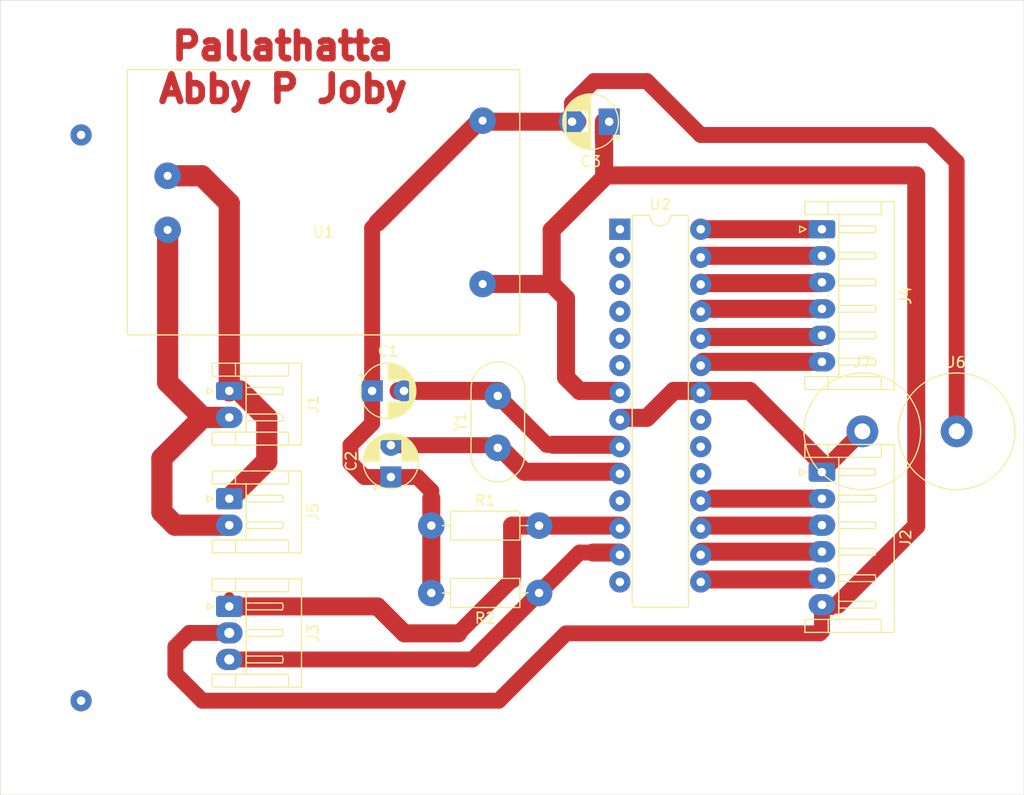
<source format=kicad_pcb>
(kicad_pcb (version 20171130) (host pcbnew 5.1.5-52549c5~84~ubuntu18.04.1)

  (general
    (thickness 1.6)
    (drawings 5)
    (tracks 119)
    (zones 0)
    (modules 15)
    (nets 30)
  )

  (page A4)
  (layers
    (0 F.Cu signal)
    (31 B.Cu signal hide)
    (32 B.Adhes user hide)
    (33 F.Adhes user hide)
    (34 B.Paste user hide)
    (35 F.Paste user hide)
    (36 B.SilkS user hide)
    (37 F.SilkS user)
    (38 B.Mask user hide)
    (39 F.Mask user hide)
    (40 Dwgs.User user hide)
    (41 Cmts.User user hide)
    (42 Eco1.User user hide)
    (43 Eco2.User user hide)
    (44 Edge.Cuts user)
    (45 Margin user hide)
    (46 B.CrtYd user hide)
    (47 F.CrtYd user hide)
    (48 B.Fab user hide)
    (49 F.Fab user hide)
  )

  (setup
    (last_trace_width 1.5)
    (user_trace_width 0.5)
    (user_trace_width 1)
    (user_trace_width 1.5)
    (trace_clearance 0.2)
    (zone_clearance 1.5)
    (zone_45_only no)
    (trace_min 0.2)
    (via_size 0.8)
    (via_drill 0.4)
    (via_min_size 0.4)
    (via_min_drill 0.3)
    (user_via 2 0.8)
    (uvia_size 0.3)
    (uvia_drill 0.1)
    (uvias_allowed no)
    (uvia_min_size 0.2)
    (uvia_min_drill 0.1)
    (edge_width 0.05)
    (segment_width 0.2)
    (pcb_text_width 0.3)
    (pcb_text_size 1.5 1.5)
    (mod_edge_width 0.12)
    (mod_text_size 1 1)
    (mod_text_width 0.15)
    (pad_size 2 2)
    (pad_drill 0.8)
    (pad_to_mask_clearance 0.051)
    (solder_mask_min_width 0.25)
    (aux_axis_origin 0 0)
    (visible_elements FFFFFF7F)
    (pcbplotparams
      (layerselection 0x010fc_ffffffff)
      (usegerberextensions false)
      (usegerberattributes false)
      (usegerberadvancedattributes false)
      (creategerberjobfile false)
      (excludeedgelayer true)
      (linewidth 0.100000)
      (plotframeref false)
      (viasonmask false)
      (mode 1)
      (useauxorigin false)
      (hpglpennumber 1)
      (hpglpenspeed 20)
      (hpglpendiameter 15.000000)
      (psnegative false)
      (psa4output false)
      (plotreference true)
      (plotvalue true)
      (plotinvisibletext false)
      (padsonsilk false)
      (subtractmaskfromsilk false)
      (outputformat 1)
      (mirror false)
      (drillshape 1)
      (scaleselection 1)
      (outputdirectory ""))
  )

  (net 0 "")
  (net 1 "Net-(C1-Pad2)")
  (net 2 GND)
  (net 3 "Net-(C2-Pad2)")
  (net 4 "Net-(J1-Pad1)")
  (net 5 "Net-(J1-Pad2)")
  (net 6 "Net-(J2-Pad2)")
  (net 7 "Net-(J2-Pad3)")
  (net 8 "Net-(J2-Pad4)")
  (net 9 "Net-(J2-Pad5)")
  (net 10 +5V)
  (net 11 "Net-(J3-Pad1)")
  (net 12 "Net-(J3-Pad3)")
  (net 13 "Net-(U2-Pad1)")
  (net 14 "Net-(U2-Pad2)")
  (net 15 "Net-(U2-Pad3)")
  (net 16 "Net-(U2-Pad4)")
  (net 17 "Net-(U2-Pad5)")
  (net 18 "Net-(U2-Pad19)")
  (net 19 "Net-(U2-Pad6)")
  (net 20 "Net-(U2-Pad20)")
  (net 21 "Net-(U2-Pad21)")
  (net 22 "Net-(U2-Pad11)")
  (net 23 "Net-(U2-Pad14)")
  (net 24 "Net-(J4-Pad1)")
  (net 25 "Net-(J4-Pad2)")
  (net 26 "Net-(J4-Pad3)")
  (net 27 "Net-(J4-Pad4)")
  (net 28 "Net-(J4-Pad5)")
  (net 29 "Net-(J4-Pad6)")

  (net_class Default "This is the default net class."
    (clearance 0.2)
    (trace_width 0.25)
    (via_dia 0.8)
    (via_drill 0.4)
    (uvia_dia 0.3)
    (uvia_drill 0.1)
    (add_net +5V)
    (add_net GND)
    (add_net "Net-(C1-Pad2)")
    (add_net "Net-(C2-Pad2)")
    (add_net "Net-(J1-Pad1)")
    (add_net "Net-(J1-Pad2)")
    (add_net "Net-(J2-Pad2)")
    (add_net "Net-(J2-Pad3)")
    (add_net "Net-(J2-Pad4)")
    (add_net "Net-(J2-Pad5)")
    (add_net "Net-(J3-Pad1)")
    (add_net "Net-(J3-Pad3)")
    (add_net "Net-(J4-Pad1)")
    (add_net "Net-(J4-Pad2)")
    (add_net "Net-(J4-Pad3)")
    (add_net "Net-(J4-Pad4)")
    (add_net "Net-(J4-Pad5)")
    (add_net "Net-(J4-Pad6)")
    (add_net "Net-(U2-Pad1)")
    (add_net "Net-(U2-Pad11)")
    (add_net "Net-(U2-Pad14)")
    (add_net "Net-(U2-Pad19)")
    (add_net "Net-(U2-Pad2)")
    (add_net "Net-(U2-Pad20)")
    (add_net "Net-(U2-Pad21)")
    (add_net "Net-(U2-Pad3)")
    (add_net "Net-(U2-Pad4)")
    (add_net "Net-(U2-Pad5)")
    (add_net "Net-(U2-Pad6)")
  )

  (module Connector_JST:JST_EH_S6B-EH_1x06_P2.50mm_Horizontal (layer F.Cu) (tedit 5E60A88F) (tstamp 5E5B5B72)
    (at 99.06 63.54 270)
    (descr "JST EH series connector, S6B-EH (http://www.jst-mfg.com/product/pdf/eng/eEH.pdf), generated with kicad-footprint-generator")
    (tags "connector JST EH horizontal")
    (path /5E6731AD)
    (fp_text reference J2 (at 6.25 -7.9 270) (layer F.SilkS)
      (effects (font (size 1 1) (thickness 0.15)))
    )
    (fp_text value Conn_01x06_Male (at 6.25 2.7 270) (layer F.Fab)
      (effects (font (size 1 1) (thickness 0.15)))
    )
    (fp_line (start -1.5 -0.7) (end -1.5 1.5) (layer F.Fab) (width 0.1))
    (fp_line (start -1.5 1.5) (end -2.5 1.5) (layer F.Fab) (width 0.1))
    (fp_line (start -2.5 1.5) (end -2.5 -6.7) (layer F.Fab) (width 0.1))
    (fp_line (start -2.5 -6.7) (end 15 -6.7) (layer F.Fab) (width 0.1))
    (fp_line (start 15 -6.7) (end 15 1.5) (layer F.Fab) (width 0.1))
    (fp_line (start 15 1.5) (end 14 1.5) (layer F.Fab) (width 0.1))
    (fp_line (start 14 1.5) (end 14 -0.7) (layer F.Fab) (width 0.1))
    (fp_line (start 14 -0.7) (end -1.5 -0.7) (layer F.Fab) (width 0.1))
    (fp_line (start -3 -7.2) (end -3 2) (layer F.CrtYd) (width 0.05))
    (fp_line (start -3 2) (end 15.5 2) (layer F.CrtYd) (width 0.05))
    (fp_line (start 15.5 2) (end 15.5 -7.2) (layer F.CrtYd) (width 0.05))
    (fp_line (start 15.5 -7.2) (end -3 -7.2) (layer F.CrtYd) (width 0.05))
    (fp_line (start -1.39 -0.59) (end -1.39 1.61) (layer F.SilkS) (width 0.12))
    (fp_line (start -1.39 1.61) (end -2.61 1.61) (layer F.SilkS) (width 0.12))
    (fp_line (start -2.61 1.61) (end -2.61 -6.81) (layer F.SilkS) (width 0.12))
    (fp_line (start -2.61 -6.81) (end 15.11 -6.81) (layer F.SilkS) (width 0.12))
    (fp_line (start 15.11 -6.81) (end 15.11 1.61) (layer F.SilkS) (width 0.12))
    (fp_line (start 15.11 1.61) (end 13.89 1.61) (layer F.SilkS) (width 0.12))
    (fp_line (start 13.89 1.61) (end 13.89 -0.59) (layer F.SilkS) (width 0.12))
    (fp_line (start -2.61 -5.59) (end -1.39 -5.59) (layer F.SilkS) (width 0.12))
    (fp_line (start -1.39 -5.59) (end -1.39 -0.59) (layer F.SilkS) (width 0.12))
    (fp_line (start -1.39 -0.59) (end -2.61 -0.59) (layer F.SilkS) (width 0.12))
    (fp_line (start 15.11 -5.59) (end 13.89 -5.59) (layer F.SilkS) (width 0.12))
    (fp_line (start 13.89 -5.59) (end 13.89 -0.59) (layer F.SilkS) (width 0.12))
    (fp_line (start 13.89 -0.59) (end 15.11 -0.59) (layer F.SilkS) (width 0.12))
    (fp_line (start -1.39 -1.59) (end 13.89 -1.59) (layer F.SilkS) (width 0.12))
    (fp_line (start 0 -1.59) (end -0.32 -1.59) (layer F.SilkS) (width 0.12))
    (fp_line (start -0.32 -1.59) (end -0.32 -5.01) (layer F.SilkS) (width 0.12))
    (fp_line (start -0.32 -5.01) (end 0 -5.09) (layer F.SilkS) (width 0.12))
    (fp_line (start 0 -5.09) (end 0.32 -5.01) (layer F.SilkS) (width 0.12))
    (fp_line (start 0.32 -5.01) (end 0.32 -1.59) (layer F.SilkS) (width 0.12))
    (fp_line (start 0.32 -1.59) (end 0 -1.59) (layer F.SilkS) (width 0.12))
    (fp_line (start 1.17 -0.59) (end 1.33 -0.59) (layer F.SilkS) (width 0.12))
    (fp_line (start 2.5 -1.59) (end 2.18 -1.59) (layer F.SilkS) (width 0.12))
    (fp_line (start 2.18 -1.59) (end 2.18 -5.01) (layer F.SilkS) (width 0.12))
    (fp_line (start 2.18 -5.01) (end 2.5 -5.09) (layer F.SilkS) (width 0.12))
    (fp_line (start 2.5 -5.09) (end 2.82 -5.01) (layer F.SilkS) (width 0.12))
    (fp_line (start 2.82 -5.01) (end 2.82 -1.59) (layer F.SilkS) (width 0.12))
    (fp_line (start 2.82 -1.59) (end 2.5 -1.59) (layer F.SilkS) (width 0.12))
    (fp_line (start 3.67 -0.59) (end 3.83 -0.59) (layer F.SilkS) (width 0.12))
    (fp_line (start 5 -1.59) (end 4.68 -1.59) (layer F.SilkS) (width 0.12))
    (fp_line (start 4.68 -1.59) (end 4.68 -5.01) (layer F.SilkS) (width 0.12))
    (fp_line (start 4.68 -5.01) (end 5 -5.09) (layer F.SilkS) (width 0.12))
    (fp_line (start 5 -5.09) (end 5.32 -5.01) (layer F.SilkS) (width 0.12))
    (fp_line (start 5.32 -5.01) (end 5.32 -1.59) (layer F.SilkS) (width 0.12))
    (fp_line (start 5.32 -1.59) (end 5 -1.59) (layer F.SilkS) (width 0.12))
    (fp_line (start 6.17 -0.59) (end 6.33 -0.59) (layer F.SilkS) (width 0.12))
    (fp_line (start 7.5 -1.59) (end 7.18 -1.59) (layer F.SilkS) (width 0.12))
    (fp_line (start 7.18 -1.59) (end 7.18 -5.01) (layer F.SilkS) (width 0.12))
    (fp_line (start 7.18 -5.01) (end 7.5 -5.09) (layer F.SilkS) (width 0.12))
    (fp_line (start 7.5 -5.09) (end 7.82 -5.01) (layer F.SilkS) (width 0.12))
    (fp_line (start 7.82 -5.01) (end 7.82 -1.59) (layer F.SilkS) (width 0.12))
    (fp_line (start 7.82 -1.59) (end 7.5 -1.59) (layer F.SilkS) (width 0.12))
    (fp_line (start 8.67 -0.59) (end 8.83 -0.59) (layer F.SilkS) (width 0.12))
    (fp_line (start 10 -1.59) (end 9.68 -1.59) (layer F.SilkS) (width 0.12))
    (fp_line (start 9.68 -1.59) (end 9.68 -5.01) (layer F.SilkS) (width 0.12))
    (fp_line (start 9.68 -5.01) (end 10 -5.09) (layer F.SilkS) (width 0.12))
    (fp_line (start 10 -5.09) (end 10.32 -5.01) (layer F.SilkS) (width 0.12))
    (fp_line (start 10.32 -5.01) (end 10.32 -1.59) (layer F.SilkS) (width 0.12))
    (fp_line (start 10.32 -1.59) (end 10 -1.59) (layer F.SilkS) (width 0.12))
    (fp_line (start 11.17 -0.59) (end 11.33 -0.59) (layer F.SilkS) (width 0.12))
    (fp_line (start 12.5 -1.59) (end 12.18 -1.59) (layer F.SilkS) (width 0.12))
    (fp_line (start 12.18 -1.59) (end 12.18 -5.01) (layer F.SilkS) (width 0.12))
    (fp_line (start 12.18 -5.01) (end 12.5 -5.09) (layer F.SilkS) (width 0.12))
    (fp_line (start 12.5 -5.09) (end 12.82 -5.01) (layer F.SilkS) (width 0.12))
    (fp_line (start 12.82 -5.01) (end 12.82 -1.59) (layer F.SilkS) (width 0.12))
    (fp_line (start 12.82 -1.59) (end 12.5 -1.59) (layer F.SilkS) (width 0.12))
    (fp_line (start 0 1.5) (end -0.3 2.1) (layer F.SilkS) (width 0.12))
    (fp_line (start -0.3 2.1) (end 0.3 2.1) (layer F.SilkS) (width 0.12))
    (fp_line (start 0.3 2.1) (end 0 1.5) (layer F.SilkS) (width 0.12))
    (fp_line (start -0.5 -0.7) (end 0 -1.407107) (layer F.Fab) (width 0.1))
    (fp_line (start 0 -1.407107) (end 0.5 -0.7) (layer F.Fab) (width 0.1))
    (fp_text user %R (at 6.25 -2.6 270) (layer F.Fab)
      (effects (font (size 1 1) (thickness 0.15)))
    )
    (pad 1 thru_hole roundrect (at 0 0 270) (size 1.8 2.5) (drill 0.8) (layers *.Cu *.Mask) (roundrect_rratio 0.147)
      (net 2 GND))
    (pad 2 thru_hole oval (at 2.5 0 270) (size 1.8 2.5) (drill 0.8) (layers *.Cu *.Mask)
      (net 6 "Net-(J2-Pad2)"))
    (pad 3 thru_hole oval (at 5 0 270) (size 2 2.5) (drill 0.8) (layers *.Cu *.Mask)
      (net 7 "Net-(J2-Pad3)"))
    (pad 4 thru_hole oval (at 7.5 0 270) (size 2 2.5) (drill 0.8) (layers *.Cu *.Mask)
      (net 8 "Net-(J2-Pad4)"))
    (pad 5 thru_hole oval (at 10 0 270) (size 2 2.5) (drill 0.8) (layers *.Cu *.Mask)
      (net 9 "Net-(J2-Pad5)"))
    (pad 6 thru_hole oval (at 12.5 0 270) (size 2 2.5) (drill 0.8) (layers *.Cu *.Mask)
      (net 10 +5V))
    (model ${KISYS3DMOD}/Connector_JST.3dshapes/JST_EH_S6B-EH_1x06_P2.50mm_Horizontal.wrl
      (at (xyz 0 0 0))
      (scale (xyz 1 1 1))
      (rotate (xyz 0 0 0))
    )
  )

  (module Connector_JST:JST_EH_S6B-EH_1x06_P2.50mm_Horizontal (layer F.Cu) (tedit 5E60A83C) (tstamp 5E5C345B)
    (at 99.06 40.64 270)
    (descr "JST EH series connector, S6B-EH (http://www.jst-mfg.com/product/pdf/eng/eEH.pdf), generated with kicad-footprint-generator")
    (tags "connector JST EH horizontal")
    (path /5E6E9CA3)
    (fp_text reference J4 (at 6.25 -7.9 270) (layer F.SilkS)
      (effects (font (size 1 1) (thickness 0.15)))
    )
    (fp_text value Conn_01x06_Male (at 6.25 2.7 270) (layer F.Fab)
      (effects (font (size 1 1) (thickness 0.15)))
    )
    (fp_line (start -1.5 -0.7) (end -1.5 1.5) (layer F.Fab) (width 0.1))
    (fp_line (start -1.5 1.5) (end -2.5 1.5) (layer F.Fab) (width 0.1))
    (fp_line (start -2.5 1.5) (end -2.5 -6.7) (layer F.Fab) (width 0.1))
    (fp_line (start -2.5 -6.7) (end 15 -6.7) (layer F.Fab) (width 0.1))
    (fp_line (start 15 -6.7) (end 15 1.5) (layer F.Fab) (width 0.1))
    (fp_line (start 15 1.5) (end 14 1.5) (layer F.Fab) (width 0.1))
    (fp_line (start 14 1.5) (end 14 -0.7) (layer F.Fab) (width 0.1))
    (fp_line (start 14 -0.7) (end -1.5 -0.7) (layer F.Fab) (width 0.1))
    (fp_line (start -3 -7.2) (end -3 2) (layer F.CrtYd) (width 0.05))
    (fp_line (start -3 2) (end 15.5 2) (layer F.CrtYd) (width 0.05))
    (fp_line (start 15.5 2) (end 15.5 -7.2) (layer F.CrtYd) (width 0.05))
    (fp_line (start 15.5 -7.2) (end -3 -7.2) (layer F.CrtYd) (width 0.05))
    (fp_line (start -1.39 -0.59) (end -1.39 1.61) (layer F.SilkS) (width 0.12))
    (fp_line (start -1.39 1.61) (end -2.61 1.61) (layer F.SilkS) (width 0.12))
    (fp_line (start -2.61 1.61) (end -2.61 -6.81) (layer F.SilkS) (width 0.12))
    (fp_line (start -2.61 -6.81) (end 15.11 -6.81) (layer F.SilkS) (width 0.12))
    (fp_line (start 15.11 -6.81) (end 15.11 1.61) (layer F.SilkS) (width 0.12))
    (fp_line (start 15.11 1.61) (end 13.89 1.61) (layer F.SilkS) (width 0.12))
    (fp_line (start 13.89 1.61) (end 13.89 -0.59) (layer F.SilkS) (width 0.12))
    (fp_line (start -2.61 -5.59) (end -1.39 -5.59) (layer F.SilkS) (width 0.12))
    (fp_line (start -1.39 -5.59) (end -1.39 -0.59) (layer F.SilkS) (width 0.12))
    (fp_line (start -1.39 -0.59) (end -2.61 -0.59) (layer F.SilkS) (width 0.12))
    (fp_line (start 15.11 -5.59) (end 13.89 -5.59) (layer F.SilkS) (width 0.12))
    (fp_line (start 13.89 -5.59) (end 13.89 -0.59) (layer F.SilkS) (width 0.12))
    (fp_line (start 13.89 -0.59) (end 15.11 -0.59) (layer F.SilkS) (width 0.12))
    (fp_line (start -1.39 -1.59) (end 13.89 -1.59) (layer F.SilkS) (width 0.12))
    (fp_line (start 0 -1.59) (end -0.32 -1.59) (layer F.SilkS) (width 0.12))
    (fp_line (start -0.32 -1.59) (end -0.32 -5.01) (layer F.SilkS) (width 0.12))
    (fp_line (start -0.32 -5.01) (end 0 -5.09) (layer F.SilkS) (width 0.12))
    (fp_line (start 0 -5.09) (end 0.32 -5.01) (layer F.SilkS) (width 0.12))
    (fp_line (start 0.32 -5.01) (end 0.32 -1.59) (layer F.SilkS) (width 0.12))
    (fp_line (start 0.32 -1.59) (end 0 -1.59) (layer F.SilkS) (width 0.12))
    (fp_line (start 1.17 -0.59) (end 1.33 -0.59) (layer F.SilkS) (width 0.12))
    (fp_line (start 2.5 -1.59) (end 2.18 -1.59) (layer F.SilkS) (width 0.12))
    (fp_line (start 2.18 -1.59) (end 2.18 -5.01) (layer F.SilkS) (width 0.12))
    (fp_line (start 2.18 -5.01) (end 2.5 -5.09) (layer F.SilkS) (width 0.12))
    (fp_line (start 2.5 -5.09) (end 2.82 -5.01) (layer F.SilkS) (width 0.12))
    (fp_line (start 2.82 -5.01) (end 2.82 -1.59) (layer F.SilkS) (width 0.12))
    (fp_line (start 2.82 -1.59) (end 2.5 -1.59) (layer F.SilkS) (width 0.12))
    (fp_line (start 3.67 -0.59) (end 3.83 -0.59) (layer F.SilkS) (width 0.12))
    (fp_line (start 5 -1.59) (end 4.68 -1.59) (layer F.SilkS) (width 0.12))
    (fp_line (start 4.68 -1.59) (end 4.68 -5.01) (layer F.SilkS) (width 0.12))
    (fp_line (start 4.68 -5.01) (end 5 -5.09) (layer F.SilkS) (width 0.12))
    (fp_line (start 5 -5.09) (end 5.32 -5.01) (layer F.SilkS) (width 0.12))
    (fp_line (start 5.32 -5.01) (end 5.32 -1.59) (layer F.SilkS) (width 0.12))
    (fp_line (start 5.32 -1.59) (end 5 -1.59) (layer F.SilkS) (width 0.12))
    (fp_line (start 6.17 -0.59) (end 6.33 -0.59) (layer F.SilkS) (width 0.12))
    (fp_line (start 7.5 -1.59) (end 7.18 -1.59) (layer F.SilkS) (width 0.12))
    (fp_line (start 7.18 -1.59) (end 7.18 -5.01) (layer F.SilkS) (width 0.12))
    (fp_line (start 7.18 -5.01) (end 7.5 -5.09) (layer F.SilkS) (width 0.12))
    (fp_line (start 7.5 -5.09) (end 7.82 -5.01) (layer F.SilkS) (width 0.12))
    (fp_line (start 7.82 -5.01) (end 7.82 -1.59) (layer F.SilkS) (width 0.12))
    (fp_line (start 7.82 -1.59) (end 7.5 -1.59) (layer F.SilkS) (width 0.12))
    (fp_line (start 8.67 -0.59) (end 8.83 -0.59) (layer F.SilkS) (width 0.12))
    (fp_line (start 10 -1.59) (end 9.68 -1.59) (layer F.SilkS) (width 0.12))
    (fp_line (start 9.68 -1.59) (end 9.68 -5.01) (layer F.SilkS) (width 0.12))
    (fp_line (start 9.68 -5.01) (end 10 -5.09) (layer F.SilkS) (width 0.12))
    (fp_line (start 10 -5.09) (end 10.32 -5.01) (layer F.SilkS) (width 0.12))
    (fp_line (start 10.32 -5.01) (end 10.32 -1.59) (layer F.SilkS) (width 0.12))
    (fp_line (start 10.32 -1.59) (end 10 -1.59) (layer F.SilkS) (width 0.12))
    (fp_line (start 11.17 -0.59) (end 11.33 -0.59) (layer F.SilkS) (width 0.12))
    (fp_line (start 12.5 -1.59) (end 12.18 -1.59) (layer F.SilkS) (width 0.12))
    (fp_line (start 12.18 -1.59) (end 12.18 -5.01) (layer F.SilkS) (width 0.12))
    (fp_line (start 12.18 -5.01) (end 12.5 -5.09) (layer F.SilkS) (width 0.12))
    (fp_line (start 12.5 -5.09) (end 12.82 -5.01) (layer F.SilkS) (width 0.12))
    (fp_line (start 12.82 -5.01) (end 12.82 -1.59) (layer F.SilkS) (width 0.12))
    (fp_line (start 12.82 -1.59) (end 12.5 -1.59) (layer F.SilkS) (width 0.12))
    (fp_line (start 0 1.5) (end -0.3 2.1) (layer F.SilkS) (width 0.12))
    (fp_line (start -0.3 2.1) (end 0.3 2.1) (layer F.SilkS) (width 0.12))
    (fp_line (start 0.3 2.1) (end 0 1.5) (layer F.SilkS) (width 0.12))
    (fp_line (start -0.5 -0.7) (end 0 -1.407107) (layer F.Fab) (width 0.1))
    (fp_line (start 0 -1.407107) (end 0.5 -0.7) (layer F.Fab) (width 0.1))
    (fp_text user %R (at 6.25 -2.6 270) (layer F.Fab)
      (effects (font (size 1 1) (thickness 0.15)))
    )
    (pad 1 thru_hole roundrect (at 0 0 270) (size 1.7 2.5) (drill 0.8) (layers *.Cu *.Mask) (roundrect_rratio 0.147)
      (net 24 "Net-(J4-Pad1)"))
    (pad 2 thru_hole oval (at 2.5 0 270) (size 1.8 2.5) (drill 0.8) (layers *.Cu *.Mask)
      (net 25 "Net-(J4-Pad2)"))
    (pad 3 thru_hole oval (at 5 0 270) (size 1.8 2.5) (drill 0.8) (layers *.Cu *.Mask)
      (net 26 "Net-(J4-Pad3)"))
    (pad 4 thru_hole oval (at 7.5 0 270) (size 1.8 2.5) (drill 0.8) (layers *.Cu *.Mask)
      (net 27 "Net-(J4-Pad4)"))
    (pad 5 thru_hole oval (at 10 0 270) (size 1.8 2.5) (drill 0.8) (layers *.Cu *.Mask)
      (net 28 "Net-(J4-Pad5)"))
    (pad 6 thru_hole oval (at 12.5 0 270) (size 1.8 2.5) (drill 0.8) (layers *.Cu *.Mask)
      (net 29 "Net-(J4-Pad6)"))
    (model ${KISYS3DMOD}/Connector_JST.3dshapes/JST_EH_S6B-EH_1x06_P2.50mm_Horizontal.wrl
      (at (xyz 0 0 0))
      (scale (xyz 1 1 1))
      (rotate (xyz 0 0 0))
    )
  )

  (module Capacitor_THT:CP_Radial_D5.0mm_P2.50mm (layer F.Cu) (tedit 5E60A7E0) (tstamp 5E5F8538)
    (at 78.5 30.5 180)
    (descr "CP, Radial series, Radial, pin pitch=2.50mm, , diameter=5mm, Electrolytic Capacitor")
    (tags "CP Radial series Radial pin pitch 2.50mm  diameter 5mm Electrolytic Capacitor")
    (path /5E63EE00)
    (fp_text reference C3 (at 1.25 -3.75 180) (layer F.SilkS)
      (effects (font (size 1 1) (thickness 0.15)))
    )
    (fp_text value CP (at 1.25 3.75 180) (layer F.Fab)
      (effects (font (size 1 1) (thickness 0.15)))
    )
    (fp_circle (center 1.25 0) (end 3.75 0) (layer F.Fab) (width 0.1))
    (fp_circle (center 1.25 0) (end 3.87 0) (layer F.SilkS) (width 0.12))
    (fp_circle (center 1.25 0) (end 4 0) (layer F.CrtYd) (width 0.05))
    (fp_line (start -0.883605 -1.0875) (end -0.383605 -1.0875) (layer F.Fab) (width 0.1))
    (fp_line (start -0.633605 -1.3375) (end -0.633605 -0.8375) (layer F.Fab) (width 0.1))
    (fp_line (start 1.25 -2.58) (end 1.25 2.58) (layer F.SilkS) (width 0.12))
    (fp_line (start 1.29 -2.58) (end 1.29 2.58) (layer F.SilkS) (width 0.12))
    (fp_line (start 1.33 -2.579) (end 1.33 2.579) (layer F.SilkS) (width 0.12))
    (fp_line (start 1.37 -2.578) (end 1.37 2.578) (layer F.SilkS) (width 0.12))
    (fp_line (start 1.41 -2.576) (end 1.41 2.576) (layer F.SilkS) (width 0.12))
    (fp_line (start 1.45 -2.573) (end 1.45 2.573) (layer F.SilkS) (width 0.12))
    (fp_line (start 1.49 -2.569) (end 1.49 -1.04) (layer F.SilkS) (width 0.12))
    (fp_line (start 1.49 1.04) (end 1.49 2.569) (layer F.SilkS) (width 0.12))
    (fp_line (start 1.53 -2.565) (end 1.53 -1.04) (layer F.SilkS) (width 0.12))
    (fp_line (start 1.53 1.04) (end 1.53 2.565) (layer F.SilkS) (width 0.12))
    (fp_line (start 1.57 -2.561) (end 1.57 -1.04) (layer F.SilkS) (width 0.12))
    (fp_line (start 1.57 1.04) (end 1.57 2.561) (layer F.SilkS) (width 0.12))
    (fp_line (start 1.61 -2.556) (end 1.61 -1.04) (layer F.SilkS) (width 0.12))
    (fp_line (start 1.61 1.04) (end 1.61 2.556) (layer F.SilkS) (width 0.12))
    (fp_line (start 1.65 -2.55) (end 1.65 -1.04) (layer F.SilkS) (width 0.12))
    (fp_line (start 1.65 1.04) (end 1.65 2.55) (layer F.SilkS) (width 0.12))
    (fp_line (start 1.69 -2.543) (end 1.69 -1.04) (layer F.SilkS) (width 0.12))
    (fp_line (start 1.69 1.04) (end 1.69 2.543) (layer F.SilkS) (width 0.12))
    (fp_line (start 1.73 -2.536) (end 1.73 -1.04) (layer F.SilkS) (width 0.12))
    (fp_line (start 1.73 1.04) (end 1.73 2.536) (layer F.SilkS) (width 0.12))
    (fp_line (start 1.77 -2.528) (end 1.77 -1.04) (layer F.SilkS) (width 0.12))
    (fp_line (start 1.77 1.04) (end 1.77 2.528) (layer F.SilkS) (width 0.12))
    (fp_line (start 1.81 -2.52) (end 1.81 -1.04) (layer F.SilkS) (width 0.12))
    (fp_line (start 1.81 1.04) (end 1.81 2.52) (layer F.SilkS) (width 0.12))
    (fp_line (start 1.85 -2.511) (end 1.85 -1.04) (layer F.SilkS) (width 0.12))
    (fp_line (start 1.85 1.04) (end 1.85 2.511) (layer F.SilkS) (width 0.12))
    (fp_line (start 1.89 -2.501) (end 1.89 -1.04) (layer F.SilkS) (width 0.12))
    (fp_line (start 1.89 1.04) (end 1.89 2.501) (layer F.SilkS) (width 0.12))
    (fp_line (start 1.93 -2.491) (end 1.93 -1.04) (layer F.SilkS) (width 0.12))
    (fp_line (start 1.93 1.04) (end 1.93 2.491) (layer F.SilkS) (width 0.12))
    (fp_line (start 1.971 -2.48) (end 1.971 -1.04) (layer F.SilkS) (width 0.12))
    (fp_line (start 1.971 1.04) (end 1.971 2.48) (layer F.SilkS) (width 0.12))
    (fp_line (start 2.011 -2.468) (end 2.011 -1.04) (layer F.SilkS) (width 0.12))
    (fp_line (start 2.011 1.04) (end 2.011 2.468) (layer F.SilkS) (width 0.12))
    (fp_line (start 2.051 -2.455) (end 2.051 -1.04) (layer F.SilkS) (width 0.12))
    (fp_line (start 2.051 1.04) (end 2.051 2.455) (layer F.SilkS) (width 0.12))
    (fp_line (start 2.091 -2.442) (end 2.091 -1.04) (layer F.SilkS) (width 0.12))
    (fp_line (start 2.091 1.04) (end 2.091 2.442) (layer F.SilkS) (width 0.12))
    (fp_line (start 2.131 -2.428) (end 2.131 -1.04) (layer F.SilkS) (width 0.12))
    (fp_line (start 2.131 1.04) (end 2.131 2.428) (layer F.SilkS) (width 0.12))
    (fp_line (start 2.171 -2.414) (end 2.171 -1.04) (layer F.SilkS) (width 0.12))
    (fp_line (start 2.171 1.04) (end 2.171 2.414) (layer F.SilkS) (width 0.12))
    (fp_line (start 2.211 -2.398) (end 2.211 -1.04) (layer F.SilkS) (width 0.12))
    (fp_line (start 2.211 1.04) (end 2.211 2.398) (layer F.SilkS) (width 0.12))
    (fp_line (start 2.251 -2.382) (end 2.251 -1.04) (layer F.SilkS) (width 0.12))
    (fp_line (start 2.251 1.04) (end 2.251 2.382) (layer F.SilkS) (width 0.12))
    (fp_line (start 2.291 -2.365) (end 2.291 -1.04) (layer F.SilkS) (width 0.12))
    (fp_line (start 2.291 1.04) (end 2.291 2.365) (layer F.SilkS) (width 0.12))
    (fp_line (start 2.331 -2.348) (end 2.331 -1.04) (layer F.SilkS) (width 0.12))
    (fp_line (start 2.331 1.04) (end 2.331 2.348) (layer F.SilkS) (width 0.12))
    (fp_line (start 2.371 -2.329) (end 2.371 -1.04) (layer F.SilkS) (width 0.12))
    (fp_line (start 2.371 1.04) (end 2.371 2.329) (layer F.SilkS) (width 0.12))
    (fp_line (start 2.411 -2.31) (end 2.411 -1.04) (layer F.SilkS) (width 0.12))
    (fp_line (start 2.411 1.04) (end 2.411 2.31) (layer F.SilkS) (width 0.12))
    (fp_line (start 2.451 -2.29) (end 2.451 -1.04) (layer F.SilkS) (width 0.12))
    (fp_line (start 2.451 1.04) (end 2.451 2.29) (layer F.SilkS) (width 0.12))
    (fp_line (start 2.491 -2.268) (end 2.491 -1.04) (layer F.SilkS) (width 0.12))
    (fp_line (start 2.491 1.04) (end 2.491 2.268) (layer F.SilkS) (width 0.12))
    (fp_line (start 2.531 -2.247) (end 2.531 -1.04) (layer F.SilkS) (width 0.12))
    (fp_line (start 2.531 1.04) (end 2.531 2.247) (layer F.SilkS) (width 0.12))
    (fp_line (start 2.571 -2.224) (end 2.571 -1.04) (layer F.SilkS) (width 0.12))
    (fp_line (start 2.571 1.04) (end 2.571 2.224) (layer F.SilkS) (width 0.12))
    (fp_line (start 2.611 -2.2) (end 2.611 -1.04) (layer F.SilkS) (width 0.12))
    (fp_line (start 2.611 1.04) (end 2.611 2.2) (layer F.SilkS) (width 0.12))
    (fp_line (start 2.651 -2.175) (end 2.651 -1.04) (layer F.SilkS) (width 0.12))
    (fp_line (start 2.651 1.04) (end 2.651 2.175) (layer F.SilkS) (width 0.12))
    (fp_line (start 2.691 -2.149) (end 2.691 -1.04) (layer F.SilkS) (width 0.12))
    (fp_line (start 2.691 1.04) (end 2.691 2.149) (layer F.SilkS) (width 0.12))
    (fp_line (start 2.731 -2.122) (end 2.731 -1.04) (layer F.SilkS) (width 0.12))
    (fp_line (start 2.731 1.04) (end 2.731 2.122) (layer F.SilkS) (width 0.12))
    (fp_line (start 2.771 -2.095) (end 2.771 -1.04) (layer F.SilkS) (width 0.12))
    (fp_line (start 2.771 1.04) (end 2.771 2.095) (layer F.SilkS) (width 0.12))
    (fp_line (start 2.811 -2.065) (end 2.811 -1.04) (layer F.SilkS) (width 0.12))
    (fp_line (start 2.811 1.04) (end 2.811 2.065) (layer F.SilkS) (width 0.12))
    (fp_line (start 2.851 -2.035) (end 2.851 -1.04) (layer F.SilkS) (width 0.12))
    (fp_line (start 2.851 1.04) (end 2.851 2.035) (layer F.SilkS) (width 0.12))
    (fp_line (start 2.891 -2.004) (end 2.891 -1.04) (layer F.SilkS) (width 0.12))
    (fp_line (start 2.891 1.04) (end 2.891 2.004) (layer F.SilkS) (width 0.12))
    (fp_line (start 2.931 -1.971) (end 2.931 -1.04) (layer F.SilkS) (width 0.12))
    (fp_line (start 2.931 1.04) (end 2.931 1.971) (layer F.SilkS) (width 0.12))
    (fp_line (start 2.971 -1.937) (end 2.971 -1.04) (layer F.SilkS) (width 0.12))
    (fp_line (start 2.971 1.04) (end 2.971 1.937) (layer F.SilkS) (width 0.12))
    (fp_line (start 3.011 -1.901) (end 3.011 -1.04) (layer F.SilkS) (width 0.12))
    (fp_line (start 3.011 1.04) (end 3.011 1.901) (layer F.SilkS) (width 0.12))
    (fp_line (start 3.051 -1.864) (end 3.051 -1.04) (layer F.SilkS) (width 0.12))
    (fp_line (start 3.051 1.04) (end 3.051 1.864) (layer F.SilkS) (width 0.12))
    (fp_line (start 3.091 -1.826) (end 3.091 -1.04) (layer F.SilkS) (width 0.12))
    (fp_line (start 3.091 1.04) (end 3.091 1.826) (layer F.SilkS) (width 0.12))
    (fp_line (start 3.131 -1.785) (end 3.131 -1.04) (layer F.SilkS) (width 0.12))
    (fp_line (start 3.131 1.04) (end 3.131 1.785) (layer F.SilkS) (width 0.12))
    (fp_line (start 3.171 -1.743) (end 3.171 -1.04) (layer F.SilkS) (width 0.12))
    (fp_line (start 3.171 1.04) (end 3.171 1.743) (layer F.SilkS) (width 0.12))
    (fp_line (start 3.211 -1.699) (end 3.211 -1.04) (layer F.SilkS) (width 0.12))
    (fp_line (start 3.211 1.04) (end 3.211 1.699) (layer F.SilkS) (width 0.12))
    (fp_line (start 3.251 -1.653) (end 3.251 -1.04) (layer F.SilkS) (width 0.12))
    (fp_line (start 3.251 1.04) (end 3.251 1.653) (layer F.SilkS) (width 0.12))
    (fp_line (start 3.291 -1.605) (end 3.291 -1.04) (layer F.SilkS) (width 0.12))
    (fp_line (start 3.291 1.04) (end 3.291 1.605) (layer F.SilkS) (width 0.12))
    (fp_line (start 3.331 -1.554) (end 3.331 -1.04) (layer F.SilkS) (width 0.12))
    (fp_line (start 3.331 1.04) (end 3.331 1.554) (layer F.SilkS) (width 0.12))
    (fp_line (start 3.371 -1.5) (end 3.371 -1.04) (layer F.SilkS) (width 0.12))
    (fp_line (start 3.371 1.04) (end 3.371 1.5) (layer F.SilkS) (width 0.12))
    (fp_line (start 3.411 -1.443) (end 3.411 -1.04) (layer F.SilkS) (width 0.12))
    (fp_line (start 3.411 1.04) (end 3.411 1.443) (layer F.SilkS) (width 0.12))
    (fp_line (start 3.451 -1.383) (end 3.451 -1.04) (layer F.SilkS) (width 0.12))
    (fp_line (start 3.451 1.04) (end 3.451 1.383) (layer F.SilkS) (width 0.12))
    (fp_line (start 3.491 -1.319) (end 3.491 -1.04) (layer F.SilkS) (width 0.12))
    (fp_line (start 3.491 1.04) (end 3.491 1.319) (layer F.SilkS) (width 0.12))
    (fp_line (start 3.531 -1.251) (end 3.531 -1.04) (layer F.SilkS) (width 0.12))
    (fp_line (start 3.531 1.04) (end 3.531 1.251) (layer F.SilkS) (width 0.12))
    (fp_line (start 3.571 -1.178) (end 3.571 1.178) (layer F.SilkS) (width 0.12))
    (fp_line (start 3.611 -1.098) (end 3.611 1.098) (layer F.SilkS) (width 0.12))
    (fp_line (start 3.651 -1.011) (end 3.651 1.011) (layer F.SilkS) (width 0.12))
    (fp_line (start 3.691 -0.915) (end 3.691 0.915) (layer F.SilkS) (width 0.12))
    (fp_line (start 3.731 -0.805) (end 3.731 0.805) (layer F.SilkS) (width 0.12))
    (fp_line (start 3.771 -0.677) (end 3.771 0.677) (layer F.SilkS) (width 0.12))
    (fp_line (start 3.811 -0.518) (end 3.811 0.518) (layer F.SilkS) (width 0.12))
    (fp_line (start 3.851 -0.284) (end 3.851 0.284) (layer F.SilkS) (width 0.12))
    (fp_line (start -1.554775 -1.475) (end -1.054775 -1.475) (layer F.SilkS) (width 0.12))
    (fp_line (start -1.304775 -1.725) (end -1.304775 -1.225) (layer F.SilkS) (width 0.12))
    (fp_text user %R (at 1.25 0 180) (layer F.Fab)
      (effects (font (size 1 1) (thickness 0.15)))
    )
    (pad 1 thru_hole rect (at -0.5 0 180) (size 2 2.5) (drill 0.8) (layers *.Cu *.Mask)
      (net 10 +5V))
    (pad 2 thru_hole circle (at 3 0 180) (size 2.5 2.5) (drill 0.8) (layers *.Cu *.Mask)
      (net 2 GND))
    (model ${KISYS3DMOD}/Capacitor_THT.3dshapes/CP_Radial_D5.0mm_P2.50mm.wrl
      (at (xyz 0 0 0))
      (scale (xyz 1 1 1))
      (rotate (xyz 0 0 0))
    )
  )

  (module Crystal:Crystal_HC18-U_Vertical (layer F.Cu) (tedit 5E60A7BB) (tstamp 5E5F792F)
    (at 68.5 61.25 90)
    (descr "Crystal THT HC-18/U, http://5hertz.com/pdfs/04404_D.pdf")
    (tags "THT crystalHC-18/U")
    (path /5E5A999C)
    (fp_text reference Y1 (at 2.45 -3.525 90) (layer F.SilkS)
      (effects (font (size 1 1) (thickness 0.15)))
    )
    (fp_text value Crystal (at 2.45 3.525 90) (layer F.Fab)
      (effects (font (size 1 1) (thickness 0.15)))
    )
    (fp_text user %R (at 2.45 0 90) (layer F.Fab)
      (effects (font (size 1 1) (thickness 0.15)))
    )
    (fp_line (start -0.675 -2.325) (end 5.575 -2.325) (layer F.Fab) (width 0.1))
    (fp_line (start -0.675 2.325) (end 5.575 2.325) (layer F.Fab) (width 0.1))
    (fp_line (start -0.55 -2) (end 5.45 -2) (layer F.Fab) (width 0.1))
    (fp_line (start -0.55 2) (end 5.45 2) (layer F.Fab) (width 0.1))
    (fp_line (start -0.675 -2.525) (end 5.575 -2.525) (layer F.SilkS) (width 0.12))
    (fp_line (start -0.675 2.525) (end 5.575 2.525) (layer F.SilkS) (width 0.12))
    (fp_line (start -3.5 -2.8) (end -3.5 2.8) (layer F.CrtYd) (width 0.05))
    (fp_line (start -3.5 2.8) (end 8.4 2.8) (layer F.CrtYd) (width 0.05))
    (fp_line (start 8.4 2.8) (end 8.4 -2.8) (layer F.CrtYd) (width 0.05))
    (fp_line (start 8.4 -2.8) (end -3.5 -2.8) (layer F.CrtYd) (width 0.05))
    (fp_arc (start -0.675 0) (end -0.675 -2.325) (angle -180) (layer F.Fab) (width 0.1))
    (fp_arc (start 5.575 0) (end 5.575 -2.325) (angle 180) (layer F.Fab) (width 0.1))
    (fp_arc (start -0.55 0) (end -0.55 -2) (angle -180) (layer F.Fab) (width 0.1))
    (fp_arc (start 5.45 0) (end 5.45 -2) (angle 180) (layer F.Fab) (width 0.1))
    (fp_arc (start -0.675 0) (end -0.675 -2.525) (angle -180) (layer F.SilkS) (width 0.12))
    (fp_arc (start 5.575 0) (end 5.575 -2.525) (angle 180) (layer F.SilkS) (width 0.12))
    (pad 1 thru_hole circle (at 0 0 90) (size 2.5 2.5) (drill 0.8) (layers *.Cu *.Mask)
      (net 3 "Net-(C2-Pad2)"))
    (pad 2 thru_hole circle (at 4.9 0 90) (size 2.5 2.5) (drill 0.8) (layers *.Cu *.Mask)
      (net 1 "Net-(C1-Pad2)"))
    (model ${KISYS3DMOD}/Crystal.3dshapes/Crystal_HC18-U_Vertical.wrl
      (at (xyz 0 0 0))
      (scale (xyz 1 1 1))
      (rotate (xyz 0 0 0))
    )
  )

  (module Resistor_THT:R_Axial_DIN0207_L6.3mm_D2.5mm_P10.16mm_Horizontal (layer F.Cu) (tedit 5E60A7A1) (tstamp 5E5B5BDB)
    (at 72.39 74.93 180)
    (descr "Resistor, Axial_DIN0207 series, Axial, Horizontal, pin pitch=10.16mm, 0.25W = 1/4W, length*diameter=6.3*2.5mm^2, http://cdn-reichelt.de/documents/datenblatt/B400/1_4W%23YAG.pdf")
    (tags "Resistor Axial_DIN0207 series Axial Horizontal pin pitch 10.16mm 0.25W = 1/4W length 6.3mm diameter 2.5mm")
    (path /5E6CBE48)
    (fp_text reference R2 (at 5.08 -2.37 180) (layer F.SilkS)
      (effects (font (size 1 1) (thickness 0.15)))
    )
    (fp_text value 100K (at 5.08 2.37 180) (layer F.Fab)
      (effects (font (size 1 1) (thickness 0.15)))
    )
    (fp_text user %R (at 5.08 0 180) (layer F.Fab)
      (effects (font (size 1 1) (thickness 0.15)))
    )
    (fp_line (start 11.21 -1.5) (end -1.05 -1.5) (layer F.CrtYd) (width 0.05))
    (fp_line (start 11.21 1.5) (end 11.21 -1.5) (layer F.CrtYd) (width 0.05))
    (fp_line (start -1.05 1.5) (end 11.21 1.5) (layer F.CrtYd) (width 0.05))
    (fp_line (start -1.05 -1.5) (end -1.05 1.5) (layer F.CrtYd) (width 0.05))
    (fp_line (start 9.12 0) (end 8.35 0) (layer F.SilkS) (width 0.12))
    (fp_line (start 1.04 0) (end 1.81 0) (layer F.SilkS) (width 0.12))
    (fp_line (start 8.35 -1.37) (end 1.81 -1.37) (layer F.SilkS) (width 0.12))
    (fp_line (start 8.35 1.37) (end 8.35 -1.37) (layer F.SilkS) (width 0.12))
    (fp_line (start 1.81 1.37) (end 8.35 1.37) (layer F.SilkS) (width 0.12))
    (fp_line (start 1.81 -1.37) (end 1.81 1.37) (layer F.SilkS) (width 0.12))
    (fp_line (start 10.16 0) (end 8.23 0) (layer F.Fab) (width 0.1))
    (fp_line (start 0 0) (end 1.93 0) (layer F.Fab) (width 0.1))
    (fp_line (start 8.23 -1.25) (end 1.93 -1.25) (layer F.Fab) (width 0.1))
    (fp_line (start 8.23 1.25) (end 8.23 -1.25) (layer F.Fab) (width 0.1))
    (fp_line (start 1.93 1.25) (end 8.23 1.25) (layer F.Fab) (width 0.1))
    (fp_line (start 1.93 -1.25) (end 1.93 1.25) (layer F.Fab) (width 0.1))
    (pad 2 thru_hole oval (at 10.16 0 180) (size 2.5 2.5) (drill 0.8) (layers *.Cu *.Mask)
      (net 2 GND))
    (pad 1 thru_hole circle (at 0 0 180) (size 2.5 2.5) (drill 0.8) (layers *.Cu *.Mask)
      (net 12 "Net-(J3-Pad3)"))
    (model ${KISYS3DMOD}/Resistor_THT.3dshapes/R_Axial_DIN0207_L6.3mm_D2.5mm_P10.16mm_Horizontal.wrl
      (at (xyz 0 0 0))
      (scale (xyz 1 1 1))
      (rotate (xyz 0 0 0))
    )
  )

  (module Resistor_THT:R_Axial_DIN0207_L6.3mm_D2.5mm_P10.16mm_Horizontal (layer F.Cu) (tedit 5E60A786) (tstamp 5E5B5BC4)
    (at 62.23 68.58)
    (descr "Resistor, Axial_DIN0207 series, Axial, Horizontal, pin pitch=10.16mm, 0.25W = 1/4W, length*diameter=6.3*2.5mm^2, http://cdn-reichelt.de/documents/datenblatt/B400/1_4W%23YAG.pdf")
    (tags "Resistor Axial_DIN0207 series Axial Horizontal pin pitch 10.16mm 0.25W = 1/4W length 6.3mm diameter 2.5mm")
    (path /5E6C9893)
    (fp_text reference R1 (at 5.08 -2.37) (layer F.SilkS)
      (effects (font (size 1 1) (thickness 0.15)))
    )
    (fp_text value 100K (at 5.08 2.37) (layer F.Fab)
      (effects (font (size 1 1) (thickness 0.15)))
    )
    (fp_line (start 1.93 -1.25) (end 1.93 1.25) (layer F.Fab) (width 0.1))
    (fp_line (start 1.93 1.25) (end 8.23 1.25) (layer F.Fab) (width 0.1))
    (fp_line (start 8.23 1.25) (end 8.23 -1.25) (layer F.Fab) (width 0.1))
    (fp_line (start 8.23 -1.25) (end 1.93 -1.25) (layer F.Fab) (width 0.1))
    (fp_line (start 0 0) (end 1.93 0) (layer F.Fab) (width 0.1))
    (fp_line (start 10.16 0) (end 8.23 0) (layer F.Fab) (width 0.1))
    (fp_line (start 1.81 -1.37) (end 1.81 1.37) (layer F.SilkS) (width 0.12))
    (fp_line (start 1.81 1.37) (end 8.35 1.37) (layer F.SilkS) (width 0.12))
    (fp_line (start 8.35 1.37) (end 8.35 -1.37) (layer F.SilkS) (width 0.12))
    (fp_line (start 8.35 -1.37) (end 1.81 -1.37) (layer F.SilkS) (width 0.12))
    (fp_line (start 1.04 0) (end 1.81 0) (layer F.SilkS) (width 0.12))
    (fp_line (start 9.12 0) (end 8.35 0) (layer F.SilkS) (width 0.12))
    (fp_line (start -1.05 -1.5) (end -1.05 1.5) (layer F.CrtYd) (width 0.05))
    (fp_line (start -1.05 1.5) (end 11.21 1.5) (layer F.CrtYd) (width 0.05))
    (fp_line (start 11.21 1.5) (end 11.21 -1.5) (layer F.CrtYd) (width 0.05))
    (fp_line (start 11.21 -1.5) (end -1.05 -1.5) (layer F.CrtYd) (width 0.05))
    (fp_text user %R (at 5.08 0) (layer F.Fab)
      (effects (font (size 1 1) (thickness 0.15)))
    )
    (pad 1 thru_hole circle (at 0 0) (size 2.5 2.5) (drill 0.8) (layers *.Cu *.Mask)
      (net 2 GND))
    (pad 2 thru_hole oval (at 10.16 0) (size 2.5 2.5) (drill 0.8) (layers *.Cu *.Mask)
      (net 11 "Net-(J3-Pad1)"))
    (model ${KISYS3DMOD}/Resistor_THT.3dshapes/R_Axial_DIN0207_L6.3mm_D2.5mm_P10.16mm_Horizontal.wrl
      (at (xyz 0 0 0))
      (scale (xyz 1 1 1))
      (rotate (xyz 0 0 0))
    )
  )

  (module Capacitor_THT:CP_Radial_D5.0mm_P2.00mm (layer F.Cu) (tedit 5E60A769) (tstamp 5E5B5AEC)
    (at 58.42 63.5 90)
    (descr "CP, Radial series, Radial, pin pitch=2.00mm, , diameter=5mm, Electrolytic Capacitor")
    (tags "CP Radial series Radial pin pitch 2.00mm  diameter 5mm Electrolytic Capacitor")
    (path /5E5AAA32)
    (fp_text reference C2 (at 1 -3.75 90) (layer F.SilkS)
      (effects (font (size 1 1) (thickness 0.15)))
    )
    (fp_text value C (at 1 3.75 90) (layer F.Fab)
      (effects (font (size 1 1) (thickness 0.15)))
    )
    (fp_circle (center 1 0) (end 3.5 0) (layer F.Fab) (width 0.1))
    (fp_circle (center 1 0) (end 3.62 0) (layer F.SilkS) (width 0.12))
    (fp_circle (center 1 0) (end 3.75 0) (layer F.CrtYd) (width 0.05))
    (fp_line (start -1.133605 -1.0875) (end -0.633605 -1.0875) (layer F.Fab) (width 0.1))
    (fp_line (start -0.883605 -1.3375) (end -0.883605 -0.8375) (layer F.Fab) (width 0.1))
    (fp_line (start 1 1.04) (end 1 2.58) (layer F.SilkS) (width 0.12))
    (fp_line (start 1 -2.58) (end 1 -1.04) (layer F.SilkS) (width 0.12))
    (fp_line (start 1.04 1.04) (end 1.04 2.58) (layer F.SilkS) (width 0.12))
    (fp_line (start 1.04 -2.58) (end 1.04 -1.04) (layer F.SilkS) (width 0.12))
    (fp_line (start 1.08 -2.579) (end 1.08 -1.04) (layer F.SilkS) (width 0.12))
    (fp_line (start 1.08 1.04) (end 1.08 2.579) (layer F.SilkS) (width 0.12))
    (fp_line (start 1.12 -2.578) (end 1.12 -1.04) (layer F.SilkS) (width 0.12))
    (fp_line (start 1.12 1.04) (end 1.12 2.578) (layer F.SilkS) (width 0.12))
    (fp_line (start 1.16 -2.576) (end 1.16 -1.04) (layer F.SilkS) (width 0.12))
    (fp_line (start 1.16 1.04) (end 1.16 2.576) (layer F.SilkS) (width 0.12))
    (fp_line (start 1.2 -2.573) (end 1.2 -1.04) (layer F.SilkS) (width 0.12))
    (fp_line (start 1.2 1.04) (end 1.2 2.573) (layer F.SilkS) (width 0.12))
    (fp_line (start 1.24 -2.569) (end 1.24 -1.04) (layer F.SilkS) (width 0.12))
    (fp_line (start 1.24 1.04) (end 1.24 2.569) (layer F.SilkS) (width 0.12))
    (fp_line (start 1.28 -2.565) (end 1.28 -1.04) (layer F.SilkS) (width 0.12))
    (fp_line (start 1.28 1.04) (end 1.28 2.565) (layer F.SilkS) (width 0.12))
    (fp_line (start 1.32 -2.561) (end 1.32 -1.04) (layer F.SilkS) (width 0.12))
    (fp_line (start 1.32 1.04) (end 1.32 2.561) (layer F.SilkS) (width 0.12))
    (fp_line (start 1.36 -2.556) (end 1.36 -1.04) (layer F.SilkS) (width 0.12))
    (fp_line (start 1.36 1.04) (end 1.36 2.556) (layer F.SilkS) (width 0.12))
    (fp_line (start 1.4 -2.55) (end 1.4 -1.04) (layer F.SilkS) (width 0.12))
    (fp_line (start 1.4 1.04) (end 1.4 2.55) (layer F.SilkS) (width 0.12))
    (fp_line (start 1.44 -2.543) (end 1.44 -1.04) (layer F.SilkS) (width 0.12))
    (fp_line (start 1.44 1.04) (end 1.44 2.543) (layer F.SilkS) (width 0.12))
    (fp_line (start 1.48 -2.536) (end 1.48 -1.04) (layer F.SilkS) (width 0.12))
    (fp_line (start 1.48 1.04) (end 1.48 2.536) (layer F.SilkS) (width 0.12))
    (fp_line (start 1.52 -2.528) (end 1.52 -1.04) (layer F.SilkS) (width 0.12))
    (fp_line (start 1.52 1.04) (end 1.52 2.528) (layer F.SilkS) (width 0.12))
    (fp_line (start 1.56 -2.52) (end 1.56 -1.04) (layer F.SilkS) (width 0.12))
    (fp_line (start 1.56 1.04) (end 1.56 2.52) (layer F.SilkS) (width 0.12))
    (fp_line (start 1.6 -2.511) (end 1.6 -1.04) (layer F.SilkS) (width 0.12))
    (fp_line (start 1.6 1.04) (end 1.6 2.511) (layer F.SilkS) (width 0.12))
    (fp_line (start 1.64 -2.501) (end 1.64 -1.04) (layer F.SilkS) (width 0.12))
    (fp_line (start 1.64 1.04) (end 1.64 2.501) (layer F.SilkS) (width 0.12))
    (fp_line (start 1.68 -2.491) (end 1.68 -1.04) (layer F.SilkS) (width 0.12))
    (fp_line (start 1.68 1.04) (end 1.68 2.491) (layer F.SilkS) (width 0.12))
    (fp_line (start 1.721 -2.48) (end 1.721 -1.04) (layer F.SilkS) (width 0.12))
    (fp_line (start 1.721 1.04) (end 1.721 2.48) (layer F.SilkS) (width 0.12))
    (fp_line (start 1.761 -2.468) (end 1.761 -1.04) (layer F.SilkS) (width 0.12))
    (fp_line (start 1.761 1.04) (end 1.761 2.468) (layer F.SilkS) (width 0.12))
    (fp_line (start 1.801 -2.455) (end 1.801 -1.04) (layer F.SilkS) (width 0.12))
    (fp_line (start 1.801 1.04) (end 1.801 2.455) (layer F.SilkS) (width 0.12))
    (fp_line (start 1.841 -2.442) (end 1.841 -1.04) (layer F.SilkS) (width 0.12))
    (fp_line (start 1.841 1.04) (end 1.841 2.442) (layer F.SilkS) (width 0.12))
    (fp_line (start 1.881 -2.428) (end 1.881 -1.04) (layer F.SilkS) (width 0.12))
    (fp_line (start 1.881 1.04) (end 1.881 2.428) (layer F.SilkS) (width 0.12))
    (fp_line (start 1.921 -2.414) (end 1.921 -1.04) (layer F.SilkS) (width 0.12))
    (fp_line (start 1.921 1.04) (end 1.921 2.414) (layer F.SilkS) (width 0.12))
    (fp_line (start 1.961 -2.398) (end 1.961 -1.04) (layer F.SilkS) (width 0.12))
    (fp_line (start 1.961 1.04) (end 1.961 2.398) (layer F.SilkS) (width 0.12))
    (fp_line (start 2.001 -2.382) (end 2.001 -1.04) (layer F.SilkS) (width 0.12))
    (fp_line (start 2.001 1.04) (end 2.001 2.382) (layer F.SilkS) (width 0.12))
    (fp_line (start 2.041 -2.365) (end 2.041 -1.04) (layer F.SilkS) (width 0.12))
    (fp_line (start 2.041 1.04) (end 2.041 2.365) (layer F.SilkS) (width 0.12))
    (fp_line (start 2.081 -2.348) (end 2.081 -1.04) (layer F.SilkS) (width 0.12))
    (fp_line (start 2.081 1.04) (end 2.081 2.348) (layer F.SilkS) (width 0.12))
    (fp_line (start 2.121 -2.329) (end 2.121 -1.04) (layer F.SilkS) (width 0.12))
    (fp_line (start 2.121 1.04) (end 2.121 2.329) (layer F.SilkS) (width 0.12))
    (fp_line (start 2.161 -2.31) (end 2.161 -1.04) (layer F.SilkS) (width 0.12))
    (fp_line (start 2.161 1.04) (end 2.161 2.31) (layer F.SilkS) (width 0.12))
    (fp_line (start 2.201 -2.29) (end 2.201 -1.04) (layer F.SilkS) (width 0.12))
    (fp_line (start 2.201 1.04) (end 2.201 2.29) (layer F.SilkS) (width 0.12))
    (fp_line (start 2.241 -2.268) (end 2.241 -1.04) (layer F.SilkS) (width 0.12))
    (fp_line (start 2.241 1.04) (end 2.241 2.268) (layer F.SilkS) (width 0.12))
    (fp_line (start 2.281 -2.247) (end 2.281 -1.04) (layer F.SilkS) (width 0.12))
    (fp_line (start 2.281 1.04) (end 2.281 2.247) (layer F.SilkS) (width 0.12))
    (fp_line (start 2.321 -2.224) (end 2.321 -1.04) (layer F.SilkS) (width 0.12))
    (fp_line (start 2.321 1.04) (end 2.321 2.224) (layer F.SilkS) (width 0.12))
    (fp_line (start 2.361 -2.2) (end 2.361 -1.04) (layer F.SilkS) (width 0.12))
    (fp_line (start 2.361 1.04) (end 2.361 2.2) (layer F.SilkS) (width 0.12))
    (fp_line (start 2.401 -2.175) (end 2.401 -1.04) (layer F.SilkS) (width 0.12))
    (fp_line (start 2.401 1.04) (end 2.401 2.175) (layer F.SilkS) (width 0.12))
    (fp_line (start 2.441 -2.149) (end 2.441 -1.04) (layer F.SilkS) (width 0.12))
    (fp_line (start 2.441 1.04) (end 2.441 2.149) (layer F.SilkS) (width 0.12))
    (fp_line (start 2.481 -2.122) (end 2.481 -1.04) (layer F.SilkS) (width 0.12))
    (fp_line (start 2.481 1.04) (end 2.481 2.122) (layer F.SilkS) (width 0.12))
    (fp_line (start 2.521 -2.095) (end 2.521 -1.04) (layer F.SilkS) (width 0.12))
    (fp_line (start 2.521 1.04) (end 2.521 2.095) (layer F.SilkS) (width 0.12))
    (fp_line (start 2.561 -2.065) (end 2.561 -1.04) (layer F.SilkS) (width 0.12))
    (fp_line (start 2.561 1.04) (end 2.561 2.065) (layer F.SilkS) (width 0.12))
    (fp_line (start 2.601 -2.035) (end 2.601 -1.04) (layer F.SilkS) (width 0.12))
    (fp_line (start 2.601 1.04) (end 2.601 2.035) (layer F.SilkS) (width 0.12))
    (fp_line (start 2.641 -2.004) (end 2.641 -1.04) (layer F.SilkS) (width 0.12))
    (fp_line (start 2.641 1.04) (end 2.641 2.004) (layer F.SilkS) (width 0.12))
    (fp_line (start 2.681 -1.971) (end 2.681 -1.04) (layer F.SilkS) (width 0.12))
    (fp_line (start 2.681 1.04) (end 2.681 1.971) (layer F.SilkS) (width 0.12))
    (fp_line (start 2.721 -1.937) (end 2.721 -1.04) (layer F.SilkS) (width 0.12))
    (fp_line (start 2.721 1.04) (end 2.721 1.937) (layer F.SilkS) (width 0.12))
    (fp_line (start 2.761 -1.901) (end 2.761 -1.04) (layer F.SilkS) (width 0.12))
    (fp_line (start 2.761 1.04) (end 2.761 1.901) (layer F.SilkS) (width 0.12))
    (fp_line (start 2.801 -1.864) (end 2.801 -1.04) (layer F.SilkS) (width 0.12))
    (fp_line (start 2.801 1.04) (end 2.801 1.864) (layer F.SilkS) (width 0.12))
    (fp_line (start 2.841 -1.826) (end 2.841 -1.04) (layer F.SilkS) (width 0.12))
    (fp_line (start 2.841 1.04) (end 2.841 1.826) (layer F.SilkS) (width 0.12))
    (fp_line (start 2.881 -1.785) (end 2.881 -1.04) (layer F.SilkS) (width 0.12))
    (fp_line (start 2.881 1.04) (end 2.881 1.785) (layer F.SilkS) (width 0.12))
    (fp_line (start 2.921 -1.743) (end 2.921 -1.04) (layer F.SilkS) (width 0.12))
    (fp_line (start 2.921 1.04) (end 2.921 1.743) (layer F.SilkS) (width 0.12))
    (fp_line (start 2.961 -1.699) (end 2.961 -1.04) (layer F.SilkS) (width 0.12))
    (fp_line (start 2.961 1.04) (end 2.961 1.699) (layer F.SilkS) (width 0.12))
    (fp_line (start 3.001 -1.653) (end 3.001 -1.04) (layer F.SilkS) (width 0.12))
    (fp_line (start 3.001 1.04) (end 3.001 1.653) (layer F.SilkS) (width 0.12))
    (fp_line (start 3.041 -1.605) (end 3.041 1.605) (layer F.SilkS) (width 0.12))
    (fp_line (start 3.081 -1.554) (end 3.081 1.554) (layer F.SilkS) (width 0.12))
    (fp_line (start 3.121 -1.5) (end 3.121 1.5) (layer F.SilkS) (width 0.12))
    (fp_line (start 3.161 -1.443) (end 3.161 1.443) (layer F.SilkS) (width 0.12))
    (fp_line (start 3.201 -1.383) (end 3.201 1.383) (layer F.SilkS) (width 0.12))
    (fp_line (start 3.241 -1.319) (end 3.241 1.319) (layer F.SilkS) (width 0.12))
    (fp_line (start 3.281 -1.251) (end 3.281 1.251) (layer F.SilkS) (width 0.12))
    (fp_line (start 3.321 -1.178) (end 3.321 1.178) (layer F.SilkS) (width 0.12))
    (fp_line (start 3.361 -1.098) (end 3.361 1.098) (layer F.SilkS) (width 0.12))
    (fp_line (start 3.401 -1.011) (end 3.401 1.011) (layer F.SilkS) (width 0.12))
    (fp_line (start 3.441 -0.915) (end 3.441 0.915) (layer F.SilkS) (width 0.12))
    (fp_line (start 3.481 -0.805) (end 3.481 0.805) (layer F.SilkS) (width 0.12))
    (fp_line (start 3.521 -0.677) (end 3.521 0.677) (layer F.SilkS) (width 0.12))
    (fp_line (start 3.561 -0.518) (end 3.561 0.518) (layer F.SilkS) (width 0.12))
    (fp_line (start 3.601 -0.284) (end 3.601 0.284) (layer F.SilkS) (width 0.12))
    (fp_line (start -1.804775 -1.475) (end -1.304775 -1.475) (layer F.SilkS) (width 0.12))
    (fp_line (start -1.554775 -1.725) (end -1.554775 -1.225) (layer F.SilkS) (width 0.12))
    (fp_text user %R (at 1 0 90) (layer F.Fab)
      (effects (font (size 1 1) (thickness 0.15)))
    )
    (pad 1 thru_hole rect (at -0.5 0 90) (size 2 2) (drill 0.8) (layers *.Cu *.Mask)
      (net 2 GND))
    (pad 2 thru_hole circle (at 2.5 0 90) (size 2 2) (drill 0.8) (layers *.Cu *.Mask)
      (net 3 "Net-(C2-Pad2)"))
    (model ${KISYS3DMOD}/Capacitor_THT.3dshapes/CP_Radial_D5.0mm_P2.00mm.wrl
      (at (xyz 0 0 0))
      (scale (xyz 1 1 1))
      (rotate (xyz 0 0 0))
    )
  )

  (module Capacitor_THT:CP_Radial_D5.0mm_P2.00mm (layer F.Cu) (tedit 5E60A744) (tstamp 5E5B5A69)
    (at 57.15 55.88)
    (descr "CP, Radial series, Radial, pin pitch=2.00mm, , diameter=5mm, Electrolytic Capacitor")
    (tags "CP Radial series Radial pin pitch 2.00mm  diameter 5mm Electrolytic Capacitor")
    (path /5E5AD971)
    (fp_text reference C1 (at 1 -3.75) (layer F.SilkS)
      (effects (font (size 1 1) (thickness 0.15)))
    )
    (fp_text value C (at 1 3.75) (layer F.Fab)
      (effects (font (size 1 1) (thickness 0.15)))
    )
    (fp_text user %R (at 1 0) (layer F.Fab)
      (effects (font (size 1 1) (thickness 0.15)))
    )
    (fp_line (start -1.554775 -1.725) (end -1.554775 -1.225) (layer F.SilkS) (width 0.12))
    (fp_line (start -1.804775 -1.475) (end -1.304775 -1.475) (layer F.SilkS) (width 0.12))
    (fp_line (start 3.601 -0.284) (end 3.601 0.284) (layer F.SilkS) (width 0.12))
    (fp_line (start 3.561 -0.518) (end 3.561 0.518) (layer F.SilkS) (width 0.12))
    (fp_line (start 3.521 -0.677) (end 3.521 0.677) (layer F.SilkS) (width 0.12))
    (fp_line (start 3.481 -0.805) (end 3.481 0.805) (layer F.SilkS) (width 0.12))
    (fp_line (start 3.441 -0.915) (end 3.441 0.915) (layer F.SilkS) (width 0.12))
    (fp_line (start 3.401 -1.011) (end 3.401 1.011) (layer F.SilkS) (width 0.12))
    (fp_line (start 3.361 -1.098) (end 3.361 1.098) (layer F.SilkS) (width 0.12))
    (fp_line (start 3.321 -1.178) (end 3.321 1.178) (layer F.SilkS) (width 0.12))
    (fp_line (start 3.281 -1.251) (end 3.281 1.251) (layer F.SilkS) (width 0.12))
    (fp_line (start 3.241 -1.319) (end 3.241 1.319) (layer F.SilkS) (width 0.12))
    (fp_line (start 3.201 -1.383) (end 3.201 1.383) (layer F.SilkS) (width 0.12))
    (fp_line (start 3.161 -1.443) (end 3.161 1.443) (layer F.SilkS) (width 0.12))
    (fp_line (start 3.121 -1.5) (end 3.121 1.5) (layer F.SilkS) (width 0.12))
    (fp_line (start 3.081 -1.554) (end 3.081 1.554) (layer F.SilkS) (width 0.12))
    (fp_line (start 3.041 -1.605) (end 3.041 1.605) (layer F.SilkS) (width 0.12))
    (fp_line (start 3.001 1.04) (end 3.001 1.653) (layer F.SilkS) (width 0.12))
    (fp_line (start 3.001 -1.653) (end 3.001 -1.04) (layer F.SilkS) (width 0.12))
    (fp_line (start 2.961 1.04) (end 2.961 1.699) (layer F.SilkS) (width 0.12))
    (fp_line (start 2.961 -1.699) (end 2.961 -1.04) (layer F.SilkS) (width 0.12))
    (fp_line (start 2.921 1.04) (end 2.921 1.743) (layer F.SilkS) (width 0.12))
    (fp_line (start 2.921 -1.743) (end 2.921 -1.04) (layer F.SilkS) (width 0.12))
    (fp_line (start 2.881 1.04) (end 2.881 1.785) (layer F.SilkS) (width 0.12))
    (fp_line (start 2.881 -1.785) (end 2.881 -1.04) (layer F.SilkS) (width 0.12))
    (fp_line (start 2.841 1.04) (end 2.841 1.826) (layer F.SilkS) (width 0.12))
    (fp_line (start 2.841 -1.826) (end 2.841 -1.04) (layer F.SilkS) (width 0.12))
    (fp_line (start 2.801 1.04) (end 2.801 1.864) (layer F.SilkS) (width 0.12))
    (fp_line (start 2.801 -1.864) (end 2.801 -1.04) (layer F.SilkS) (width 0.12))
    (fp_line (start 2.761 1.04) (end 2.761 1.901) (layer F.SilkS) (width 0.12))
    (fp_line (start 2.761 -1.901) (end 2.761 -1.04) (layer F.SilkS) (width 0.12))
    (fp_line (start 2.721 1.04) (end 2.721 1.937) (layer F.SilkS) (width 0.12))
    (fp_line (start 2.721 -1.937) (end 2.721 -1.04) (layer F.SilkS) (width 0.12))
    (fp_line (start 2.681 1.04) (end 2.681 1.971) (layer F.SilkS) (width 0.12))
    (fp_line (start 2.681 -1.971) (end 2.681 -1.04) (layer F.SilkS) (width 0.12))
    (fp_line (start 2.641 1.04) (end 2.641 2.004) (layer F.SilkS) (width 0.12))
    (fp_line (start 2.641 -2.004) (end 2.641 -1.04) (layer F.SilkS) (width 0.12))
    (fp_line (start 2.601 1.04) (end 2.601 2.035) (layer F.SilkS) (width 0.12))
    (fp_line (start 2.601 -2.035) (end 2.601 -1.04) (layer F.SilkS) (width 0.12))
    (fp_line (start 2.561 1.04) (end 2.561 2.065) (layer F.SilkS) (width 0.12))
    (fp_line (start 2.561 -2.065) (end 2.561 -1.04) (layer F.SilkS) (width 0.12))
    (fp_line (start 2.521 1.04) (end 2.521 2.095) (layer F.SilkS) (width 0.12))
    (fp_line (start 2.521 -2.095) (end 2.521 -1.04) (layer F.SilkS) (width 0.12))
    (fp_line (start 2.481 1.04) (end 2.481 2.122) (layer F.SilkS) (width 0.12))
    (fp_line (start 2.481 -2.122) (end 2.481 -1.04) (layer F.SilkS) (width 0.12))
    (fp_line (start 2.441 1.04) (end 2.441 2.149) (layer F.SilkS) (width 0.12))
    (fp_line (start 2.441 -2.149) (end 2.441 -1.04) (layer F.SilkS) (width 0.12))
    (fp_line (start 2.401 1.04) (end 2.401 2.175) (layer F.SilkS) (width 0.12))
    (fp_line (start 2.401 -2.175) (end 2.401 -1.04) (layer F.SilkS) (width 0.12))
    (fp_line (start 2.361 1.04) (end 2.361 2.2) (layer F.SilkS) (width 0.12))
    (fp_line (start 2.361 -2.2) (end 2.361 -1.04) (layer F.SilkS) (width 0.12))
    (fp_line (start 2.321 1.04) (end 2.321 2.224) (layer F.SilkS) (width 0.12))
    (fp_line (start 2.321 -2.224) (end 2.321 -1.04) (layer F.SilkS) (width 0.12))
    (fp_line (start 2.281 1.04) (end 2.281 2.247) (layer F.SilkS) (width 0.12))
    (fp_line (start 2.281 -2.247) (end 2.281 -1.04) (layer F.SilkS) (width 0.12))
    (fp_line (start 2.241 1.04) (end 2.241 2.268) (layer F.SilkS) (width 0.12))
    (fp_line (start 2.241 -2.268) (end 2.241 -1.04) (layer F.SilkS) (width 0.12))
    (fp_line (start 2.201 1.04) (end 2.201 2.29) (layer F.SilkS) (width 0.12))
    (fp_line (start 2.201 -2.29) (end 2.201 -1.04) (layer F.SilkS) (width 0.12))
    (fp_line (start 2.161 1.04) (end 2.161 2.31) (layer F.SilkS) (width 0.12))
    (fp_line (start 2.161 -2.31) (end 2.161 -1.04) (layer F.SilkS) (width 0.12))
    (fp_line (start 2.121 1.04) (end 2.121 2.329) (layer F.SilkS) (width 0.12))
    (fp_line (start 2.121 -2.329) (end 2.121 -1.04) (layer F.SilkS) (width 0.12))
    (fp_line (start 2.081 1.04) (end 2.081 2.348) (layer F.SilkS) (width 0.12))
    (fp_line (start 2.081 -2.348) (end 2.081 -1.04) (layer F.SilkS) (width 0.12))
    (fp_line (start 2.041 1.04) (end 2.041 2.365) (layer F.SilkS) (width 0.12))
    (fp_line (start 2.041 -2.365) (end 2.041 -1.04) (layer F.SilkS) (width 0.12))
    (fp_line (start 2.001 1.04) (end 2.001 2.382) (layer F.SilkS) (width 0.12))
    (fp_line (start 2.001 -2.382) (end 2.001 -1.04) (layer F.SilkS) (width 0.12))
    (fp_line (start 1.961 1.04) (end 1.961 2.398) (layer F.SilkS) (width 0.12))
    (fp_line (start 1.961 -2.398) (end 1.961 -1.04) (layer F.SilkS) (width 0.12))
    (fp_line (start 1.921 1.04) (end 1.921 2.414) (layer F.SilkS) (width 0.12))
    (fp_line (start 1.921 -2.414) (end 1.921 -1.04) (layer F.SilkS) (width 0.12))
    (fp_line (start 1.881 1.04) (end 1.881 2.428) (layer F.SilkS) (width 0.12))
    (fp_line (start 1.881 -2.428) (end 1.881 -1.04) (layer F.SilkS) (width 0.12))
    (fp_line (start 1.841 1.04) (end 1.841 2.442) (layer F.SilkS) (width 0.12))
    (fp_line (start 1.841 -2.442) (end 1.841 -1.04) (layer F.SilkS) (width 0.12))
    (fp_line (start 1.801 1.04) (end 1.801 2.455) (layer F.SilkS) (width 0.12))
    (fp_line (start 1.801 -2.455) (end 1.801 -1.04) (layer F.SilkS) (width 0.12))
    (fp_line (start 1.761 1.04) (end 1.761 2.468) (layer F.SilkS) (width 0.12))
    (fp_line (start 1.761 -2.468) (end 1.761 -1.04) (layer F.SilkS) (width 0.12))
    (fp_line (start 1.721 1.04) (end 1.721 2.48) (layer F.SilkS) (width 0.12))
    (fp_line (start 1.721 -2.48) (end 1.721 -1.04) (layer F.SilkS) (width 0.12))
    (fp_line (start 1.68 1.04) (end 1.68 2.491) (layer F.SilkS) (width 0.12))
    (fp_line (start 1.68 -2.491) (end 1.68 -1.04) (layer F.SilkS) (width 0.12))
    (fp_line (start 1.64 1.04) (end 1.64 2.501) (layer F.SilkS) (width 0.12))
    (fp_line (start 1.64 -2.501) (end 1.64 -1.04) (layer F.SilkS) (width 0.12))
    (fp_line (start 1.6 1.04) (end 1.6 2.511) (layer F.SilkS) (width 0.12))
    (fp_line (start 1.6 -2.511) (end 1.6 -1.04) (layer F.SilkS) (width 0.12))
    (fp_line (start 1.56 1.04) (end 1.56 2.52) (layer F.SilkS) (width 0.12))
    (fp_line (start 1.56 -2.52) (end 1.56 -1.04) (layer F.SilkS) (width 0.12))
    (fp_line (start 1.52 1.04) (end 1.52 2.528) (layer F.SilkS) (width 0.12))
    (fp_line (start 1.52 -2.528) (end 1.52 -1.04) (layer F.SilkS) (width 0.12))
    (fp_line (start 1.48 1.04) (end 1.48 2.536) (layer F.SilkS) (width 0.12))
    (fp_line (start 1.48 -2.536) (end 1.48 -1.04) (layer F.SilkS) (width 0.12))
    (fp_line (start 1.44 1.04) (end 1.44 2.543) (layer F.SilkS) (width 0.12))
    (fp_line (start 1.44 -2.543) (end 1.44 -1.04) (layer F.SilkS) (width 0.12))
    (fp_line (start 1.4 1.04) (end 1.4 2.55) (layer F.SilkS) (width 0.12))
    (fp_line (start 1.4 -2.55) (end 1.4 -1.04) (layer F.SilkS) (width 0.12))
    (fp_line (start 1.36 1.04) (end 1.36 2.556) (layer F.SilkS) (width 0.12))
    (fp_line (start 1.36 -2.556) (end 1.36 -1.04) (layer F.SilkS) (width 0.12))
    (fp_line (start 1.32 1.04) (end 1.32 2.561) (layer F.SilkS) (width 0.12))
    (fp_line (start 1.32 -2.561) (end 1.32 -1.04) (layer F.SilkS) (width 0.12))
    (fp_line (start 1.28 1.04) (end 1.28 2.565) (layer F.SilkS) (width 0.12))
    (fp_line (start 1.28 -2.565) (end 1.28 -1.04) (layer F.SilkS) (width 0.12))
    (fp_line (start 1.24 1.04) (end 1.24 2.569) (layer F.SilkS) (width 0.12))
    (fp_line (start 1.24 -2.569) (end 1.24 -1.04) (layer F.SilkS) (width 0.12))
    (fp_line (start 1.2 1.04) (end 1.2 2.573) (layer F.SilkS) (width 0.12))
    (fp_line (start 1.2 -2.573) (end 1.2 -1.04) (layer F.SilkS) (width 0.12))
    (fp_line (start 1.16 1.04) (end 1.16 2.576) (layer F.SilkS) (width 0.12))
    (fp_line (start 1.16 -2.576) (end 1.16 -1.04) (layer F.SilkS) (width 0.12))
    (fp_line (start 1.12 1.04) (end 1.12 2.578) (layer F.SilkS) (width 0.12))
    (fp_line (start 1.12 -2.578) (end 1.12 -1.04) (layer F.SilkS) (width 0.12))
    (fp_line (start 1.08 1.04) (end 1.08 2.579) (layer F.SilkS) (width 0.12))
    (fp_line (start 1.08 -2.579) (end 1.08 -1.04) (layer F.SilkS) (width 0.12))
    (fp_line (start 1.04 -2.58) (end 1.04 -1.04) (layer F.SilkS) (width 0.12))
    (fp_line (start 1.04 1.04) (end 1.04 2.58) (layer F.SilkS) (width 0.12))
    (fp_line (start 1 -2.58) (end 1 -1.04) (layer F.SilkS) (width 0.12))
    (fp_line (start 1 1.04) (end 1 2.58) (layer F.SilkS) (width 0.12))
    (fp_line (start -0.883605 -1.3375) (end -0.883605 -0.8375) (layer F.Fab) (width 0.1))
    (fp_line (start -1.133605 -1.0875) (end -0.633605 -1.0875) (layer F.Fab) (width 0.1))
    (fp_circle (center 1 0) (end 3.75 0) (layer F.CrtYd) (width 0.05))
    (fp_circle (center 1 0) (end 3.62 0) (layer F.SilkS) (width 0.12))
    (fp_circle (center 1 0) (end 3.5 0) (layer F.Fab) (width 0.1))
    (pad 2 thru_hole circle (at 2.5 0) (size 2 2) (drill 0.8) (layers *.Cu *.Mask)
      (net 1 "Net-(C1-Pad2)"))
    (pad 1 thru_hole rect (at -0.5 0) (size 2 2) (drill 0.8) (layers *.Cu *.Mask)
      (net 2 GND))
    (model ${KISYS3DMOD}/Capacitor_THT.3dshapes/CP_Radial_D5.0mm_P2.00mm.wrl
      (at (xyz 0 0 0))
      (scale (xyz 1 1 1))
      (rotate (xyz 0 0 0))
    )
  )

  (module Connector_JST:JST_EH_S3B-EH_1x03_P2.50mm_Horizontal (layer F.Cu) (tedit 5E60A600) (tstamp 5E5B5BAD)
    (at 43.18 76.2 270)
    (descr "JST EH series connector, S3B-EH (http://www.jst-mfg.com/product/pdf/eng/eEH.pdf), generated with kicad-footprint-generator")
    (tags "connector JST EH horizontal")
    (path /5E6A72D6)
    (fp_text reference J3 (at 2.5 -7.9 270) (layer F.SilkS)
      (effects (font (size 1 1) (thickness 0.15)))
    )
    (fp_text value Conn_01x03 (at 2.5 2.7 270) (layer F.Fab)
      (effects (font (size 1 1) (thickness 0.15)))
    )
    (fp_line (start -1.5 -0.7) (end -1.5 1.5) (layer F.Fab) (width 0.1))
    (fp_line (start -1.5 1.5) (end -2.5 1.5) (layer F.Fab) (width 0.1))
    (fp_line (start -2.5 1.5) (end -2.5 -6.7) (layer F.Fab) (width 0.1))
    (fp_line (start -2.5 -6.7) (end 7.5 -6.7) (layer F.Fab) (width 0.1))
    (fp_line (start 7.5 -6.7) (end 7.5 1.5) (layer F.Fab) (width 0.1))
    (fp_line (start 7.5 1.5) (end 6.5 1.5) (layer F.Fab) (width 0.1))
    (fp_line (start 6.5 1.5) (end 6.5 -0.7) (layer F.Fab) (width 0.1))
    (fp_line (start 6.5 -0.7) (end -1.5 -0.7) (layer F.Fab) (width 0.1))
    (fp_line (start -3 -7.2) (end -3 2) (layer F.CrtYd) (width 0.05))
    (fp_line (start -3 2) (end 8 2) (layer F.CrtYd) (width 0.05))
    (fp_line (start 8 2) (end 8 -7.2) (layer F.CrtYd) (width 0.05))
    (fp_line (start 8 -7.2) (end -3 -7.2) (layer F.CrtYd) (width 0.05))
    (fp_line (start -1.39 -0.59) (end -1.39 1.61) (layer F.SilkS) (width 0.12))
    (fp_line (start -1.39 1.61) (end -2.61 1.61) (layer F.SilkS) (width 0.12))
    (fp_line (start -2.61 1.61) (end -2.61 -6.81) (layer F.SilkS) (width 0.12))
    (fp_line (start -2.61 -6.81) (end 7.61 -6.81) (layer F.SilkS) (width 0.12))
    (fp_line (start 7.61 -6.81) (end 7.61 1.61) (layer F.SilkS) (width 0.12))
    (fp_line (start 7.61 1.61) (end 6.39 1.61) (layer F.SilkS) (width 0.12))
    (fp_line (start 6.39 1.61) (end 6.39 -0.59) (layer F.SilkS) (width 0.12))
    (fp_line (start -2.61 -5.59) (end -1.39 -5.59) (layer F.SilkS) (width 0.12))
    (fp_line (start -1.39 -5.59) (end -1.39 -0.59) (layer F.SilkS) (width 0.12))
    (fp_line (start -1.39 -0.59) (end -2.61 -0.59) (layer F.SilkS) (width 0.12))
    (fp_line (start 7.61 -5.59) (end 6.39 -5.59) (layer F.SilkS) (width 0.12))
    (fp_line (start 6.39 -5.59) (end 6.39 -0.59) (layer F.SilkS) (width 0.12))
    (fp_line (start 6.39 -0.59) (end 7.61 -0.59) (layer F.SilkS) (width 0.12))
    (fp_line (start -1.39 -1.59) (end 6.39 -1.59) (layer F.SilkS) (width 0.12))
    (fp_line (start 0 -1.59) (end -0.32 -1.59) (layer F.SilkS) (width 0.12))
    (fp_line (start -0.32 -1.59) (end -0.32 -5.01) (layer F.SilkS) (width 0.12))
    (fp_line (start -0.32 -5.01) (end 0 -5.09) (layer F.SilkS) (width 0.12))
    (fp_line (start 0 -5.09) (end 0.32 -5.01) (layer F.SilkS) (width 0.12))
    (fp_line (start 0.32 -5.01) (end 0.32 -1.59) (layer F.SilkS) (width 0.12))
    (fp_line (start 0.32 -1.59) (end 0 -1.59) (layer F.SilkS) (width 0.12))
    (fp_line (start 1.17 -0.59) (end 1.33 -0.59) (layer F.SilkS) (width 0.12))
    (fp_line (start 2.5 -1.59) (end 2.18 -1.59) (layer F.SilkS) (width 0.12))
    (fp_line (start 2.18 -1.59) (end 2.18 -5.01) (layer F.SilkS) (width 0.12))
    (fp_line (start 2.18 -5.01) (end 2.5 -5.09) (layer F.SilkS) (width 0.12))
    (fp_line (start 2.5 -5.09) (end 2.82 -5.01) (layer F.SilkS) (width 0.12))
    (fp_line (start 2.82 -5.01) (end 2.82 -1.59) (layer F.SilkS) (width 0.12))
    (fp_line (start 2.82 -1.59) (end 2.5 -1.59) (layer F.SilkS) (width 0.12))
    (fp_line (start 3.67 -0.59) (end 3.83 -0.59) (layer F.SilkS) (width 0.12))
    (fp_line (start 5 -1.59) (end 4.68 -1.59) (layer F.SilkS) (width 0.12))
    (fp_line (start 4.68 -1.59) (end 4.68 -5.01) (layer F.SilkS) (width 0.12))
    (fp_line (start 4.68 -5.01) (end 5 -5.09) (layer F.SilkS) (width 0.12))
    (fp_line (start 5 -5.09) (end 5.32 -5.01) (layer F.SilkS) (width 0.12))
    (fp_line (start 5.32 -5.01) (end 5.32 -1.59) (layer F.SilkS) (width 0.12))
    (fp_line (start 5.32 -1.59) (end 5 -1.59) (layer F.SilkS) (width 0.12))
    (fp_line (start 0 1.5) (end -0.3 2.1) (layer F.SilkS) (width 0.12))
    (fp_line (start -0.3 2.1) (end 0.3 2.1) (layer F.SilkS) (width 0.12))
    (fp_line (start 0.3 2.1) (end 0 1.5) (layer F.SilkS) (width 0.12))
    (fp_line (start -0.5 -0.7) (end 0 -1.407107) (layer F.Fab) (width 0.1))
    (fp_line (start 0 -1.407107) (end 0.5 -0.7) (layer F.Fab) (width 0.1))
    (fp_text user %R (at 2.5 -2.6 270) (layer F.Fab)
      (effects (font (size 1 1) (thickness 0.15)))
    )
    (pad 1 thru_hole roundrect (at 0 0 270) (size 2 2.5) (drill 0.8) (layers *.Cu *.Mask) (roundrect_rratio 0.147)
      (net 11 "Net-(J3-Pad1)"))
    (pad 2 thru_hole oval (at 2.5 0 270) (size 2 2.5) (drill 0.95) (layers *.Cu *.Mask)
      (net 10 +5V))
    (pad 3 thru_hole oval (at 5 0 270) (size 2 2.5) (drill 0.95) (layers *.Cu *.Mask)
      (net 12 "Net-(J3-Pad3)"))
    (model ${KISYS3DMOD}/Connector_JST.3dshapes/JST_EH_S3B-EH_1x03_P2.50mm_Horizontal.wrl
      (at (xyz 0 0 0))
      (scale (xyz 1 1 1))
      (rotate (xyz 0 0 0))
    )
  )

  (module Connector_JST:JST_EH_S2B-EH_1x02_P2.50mm_Horizontal (layer F.Cu) (tedit 5E60A5C2) (tstamp 5E5C3A74)
    (at 43.18 66.04 270)
    (descr "JST EH series connector, S2B-EH (http://www.jst-mfg.com/product/pdf/eng/eEH.pdf), generated with kicad-footprint-generator")
    (tags "connector JST EH horizontal")
    (path /5E6F3583)
    (fp_text reference J5 (at 1.25 -7.9 270) (layer F.SilkS)
      (effects (font (size 1 1) (thickness 0.15)))
    )
    (fp_text value Conn_01x02_Male (at 1.25 2.7 270) (layer F.Fab)
      (effects (font (size 1 1) (thickness 0.15)))
    )
    (fp_line (start -1.5 -0.7) (end -1.5 1.5) (layer F.Fab) (width 0.1))
    (fp_line (start -1.5 1.5) (end -2.5 1.5) (layer F.Fab) (width 0.1))
    (fp_line (start -2.5 1.5) (end -2.5 -6.7) (layer F.Fab) (width 0.1))
    (fp_line (start -2.5 -6.7) (end 5 -6.7) (layer F.Fab) (width 0.1))
    (fp_line (start 5 -6.7) (end 5 1.5) (layer F.Fab) (width 0.1))
    (fp_line (start 5 1.5) (end 4 1.5) (layer F.Fab) (width 0.1))
    (fp_line (start 4 1.5) (end 4 -0.7) (layer F.Fab) (width 0.1))
    (fp_line (start 4 -0.7) (end -1.5 -0.7) (layer F.Fab) (width 0.1))
    (fp_line (start -3 -7.2) (end -3 2) (layer F.CrtYd) (width 0.05))
    (fp_line (start -3 2) (end 5.5 2) (layer F.CrtYd) (width 0.05))
    (fp_line (start 5.5 2) (end 5.5 -7.2) (layer F.CrtYd) (width 0.05))
    (fp_line (start 5.5 -7.2) (end -3 -7.2) (layer F.CrtYd) (width 0.05))
    (fp_line (start -1.39 -0.59) (end -1.39 1.61) (layer F.SilkS) (width 0.12))
    (fp_line (start -1.39 1.61) (end -2.61 1.61) (layer F.SilkS) (width 0.12))
    (fp_line (start -2.61 1.61) (end -2.61 -6.81) (layer F.SilkS) (width 0.12))
    (fp_line (start -2.61 -6.81) (end 5.11 -6.81) (layer F.SilkS) (width 0.12))
    (fp_line (start 5.11 -6.81) (end 5.11 1.61) (layer F.SilkS) (width 0.12))
    (fp_line (start 5.11 1.61) (end 3.89 1.61) (layer F.SilkS) (width 0.12))
    (fp_line (start 3.89 1.61) (end 3.89 -0.59) (layer F.SilkS) (width 0.12))
    (fp_line (start -2.61 -5.59) (end -1.39 -5.59) (layer F.SilkS) (width 0.12))
    (fp_line (start -1.39 -5.59) (end -1.39 -0.59) (layer F.SilkS) (width 0.12))
    (fp_line (start -1.39 -0.59) (end -2.61 -0.59) (layer F.SilkS) (width 0.12))
    (fp_line (start 5.11 -5.59) (end 3.89 -5.59) (layer F.SilkS) (width 0.12))
    (fp_line (start 3.89 -5.59) (end 3.89 -0.59) (layer F.SilkS) (width 0.12))
    (fp_line (start 3.89 -0.59) (end 5.11 -0.59) (layer F.SilkS) (width 0.12))
    (fp_line (start -1.39 -1.59) (end 3.89 -1.59) (layer F.SilkS) (width 0.12))
    (fp_line (start 0 -1.59) (end -0.32 -1.59) (layer F.SilkS) (width 0.12))
    (fp_line (start -0.32 -1.59) (end -0.32 -5.01) (layer F.SilkS) (width 0.12))
    (fp_line (start -0.32 -5.01) (end 0 -5.09) (layer F.SilkS) (width 0.12))
    (fp_line (start 0 -5.09) (end 0.32 -5.01) (layer F.SilkS) (width 0.12))
    (fp_line (start 0.32 -5.01) (end 0.32 -1.59) (layer F.SilkS) (width 0.12))
    (fp_line (start 0.32 -1.59) (end 0 -1.59) (layer F.SilkS) (width 0.12))
    (fp_line (start 1.17 -0.59) (end 1.33 -0.59) (layer F.SilkS) (width 0.12))
    (fp_line (start 2.5 -1.59) (end 2.18 -1.59) (layer F.SilkS) (width 0.12))
    (fp_line (start 2.18 -1.59) (end 2.18 -5.01) (layer F.SilkS) (width 0.12))
    (fp_line (start 2.18 -5.01) (end 2.5 -5.09) (layer F.SilkS) (width 0.12))
    (fp_line (start 2.5 -5.09) (end 2.82 -5.01) (layer F.SilkS) (width 0.12))
    (fp_line (start 2.82 -5.01) (end 2.82 -1.59) (layer F.SilkS) (width 0.12))
    (fp_line (start 2.82 -1.59) (end 2.5 -1.59) (layer F.SilkS) (width 0.12))
    (fp_line (start 0 1.5) (end -0.3 2.1) (layer F.SilkS) (width 0.12))
    (fp_line (start -0.3 2.1) (end 0.3 2.1) (layer F.SilkS) (width 0.12))
    (fp_line (start 0.3 2.1) (end 0 1.5) (layer F.SilkS) (width 0.12))
    (fp_line (start -0.5 -0.7) (end 0 -1.407107) (layer F.Fab) (width 0.1))
    (fp_line (start 0 -1.407107) (end 0.5 -0.7) (layer F.Fab) (width 0.1))
    (fp_text user %R (at 1.25 -2.6 270) (layer F.Fab)
      (effects (font (size 1 1) (thickness 0.15)))
    )
    (pad 1 thru_hole roundrect (at 0 0 270) (size 2 2.5) (drill 0.8) (layers *.Cu *.Mask) (roundrect_rratio 0.147)
      (net 4 "Net-(J1-Pad1)"))
    (pad 2 thru_hole oval (at 2.5 0 270) (size 2 2.5) (drill 0.8) (layers *.Cu *.Mask)
      (net 5 "Net-(J1-Pad2)"))
    (model ${KISYS3DMOD}/Connector_JST.3dshapes/JST_EH_S2B-EH_1x02_P2.50mm_Horizontal.wrl
      (at (xyz 0 0 0))
      (scale (xyz 1 1 1))
      (rotate (xyz 0 0 0))
    )
  )

  (module Connector_JST:JST_EH_S2B-EH_1x02_P2.50mm_Horizontal (layer F.Cu) (tedit 5E60A56C) (tstamp 5E5C2C16)
    (at 43.18 55.88 270)
    (descr "JST EH series connector, S2B-EH (http://www.jst-mfg.com/product/pdf/eng/eEH.pdf), generated with kicad-footprint-generator")
    (tags "connector JST EH horizontal")
    (path /5E5D4973)
    (fp_text reference J1 (at 1.25 -7.9 270) (layer F.SilkS)
      (effects (font (size 1 1) (thickness 0.15)))
    )
    (fp_text value Conn_01x02_Male (at 1.25 2.7 270) (layer F.Fab)
      (effects (font (size 1 1) (thickness 0.15)))
    )
    (fp_line (start -1.5 -0.7) (end -1.5 1.5) (layer F.Fab) (width 0.1))
    (fp_line (start -1.5 1.5) (end -2.5 1.5) (layer F.Fab) (width 0.1))
    (fp_line (start -2.5 1.5) (end -2.5 -6.7) (layer F.Fab) (width 0.1))
    (fp_line (start -2.5 -6.7) (end 5 -6.7) (layer F.Fab) (width 0.1))
    (fp_line (start 5 -6.7) (end 5 1.5) (layer F.Fab) (width 0.1))
    (fp_line (start 5 1.5) (end 4 1.5) (layer F.Fab) (width 0.1))
    (fp_line (start 4 1.5) (end 4 -0.7) (layer F.Fab) (width 0.1))
    (fp_line (start 4 -0.7) (end -1.5 -0.7) (layer F.Fab) (width 0.1))
    (fp_line (start -3 -7.2) (end -3 2) (layer F.CrtYd) (width 0.05))
    (fp_line (start -3 2) (end 5.5 2) (layer F.CrtYd) (width 0.05))
    (fp_line (start 5.5 2) (end 5.5 -7.2) (layer F.CrtYd) (width 0.05))
    (fp_line (start 5.5 -7.2) (end -3 -7.2) (layer F.CrtYd) (width 0.05))
    (fp_line (start -1.39 -0.59) (end -1.39 1.61) (layer F.SilkS) (width 0.12))
    (fp_line (start -1.39 1.61) (end -2.61 1.61) (layer F.SilkS) (width 0.12))
    (fp_line (start -2.61 1.61) (end -2.61 -6.81) (layer F.SilkS) (width 0.12))
    (fp_line (start -2.61 -6.81) (end 5.11 -6.81) (layer F.SilkS) (width 0.12))
    (fp_line (start 5.11 -6.81) (end 5.11 1.61) (layer F.SilkS) (width 0.12))
    (fp_line (start 5.11 1.61) (end 3.89 1.61) (layer F.SilkS) (width 0.12))
    (fp_line (start 3.89 1.61) (end 3.89 -0.59) (layer F.SilkS) (width 0.12))
    (fp_line (start -2.61 -5.59) (end -1.39 -5.59) (layer F.SilkS) (width 0.12))
    (fp_line (start -1.39 -5.59) (end -1.39 -0.59) (layer F.SilkS) (width 0.12))
    (fp_line (start -1.39 -0.59) (end -2.61 -0.59) (layer F.SilkS) (width 0.12))
    (fp_line (start 5.11 -5.59) (end 3.89 -5.59) (layer F.SilkS) (width 0.12))
    (fp_line (start 3.89 -5.59) (end 3.89 -0.59) (layer F.SilkS) (width 0.12))
    (fp_line (start 3.89 -0.59) (end 5.11 -0.59) (layer F.SilkS) (width 0.12))
    (fp_line (start -1.39 -1.59) (end 3.89 -1.59) (layer F.SilkS) (width 0.12))
    (fp_line (start 0 -1.59) (end -0.32 -1.59) (layer F.SilkS) (width 0.12))
    (fp_line (start -0.32 -1.59) (end -0.32 -5.01) (layer F.SilkS) (width 0.12))
    (fp_line (start -0.32 -5.01) (end 0 -5.09) (layer F.SilkS) (width 0.12))
    (fp_line (start 0 -5.09) (end 0.32 -5.01) (layer F.SilkS) (width 0.12))
    (fp_line (start 0.32 -5.01) (end 0.32 -1.59) (layer F.SilkS) (width 0.12))
    (fp_line (start 0.32 -1.59) (end 0 -1.59) (layer F.SilkS) (width 0.12))
    (fp_line (start 1.17 -0.59) (end 1.33 -0.59) (layer F.SilkS) (width 0.12))
    (fp_line (start 2.5 -1.59) (end 2.18 -1.59) (layer F.SilkS) (width 0.12))
    (fp_line (start 2.18 -1.59) (end 2.18 -5.01) (layer F.SilkS) (width 0.12))
    (fp_line (start 2.18 -5.01) (end 2.5 -5.09) (layer F.SilkS) (width 0.12))
    (fp_line (start 2.5 -5.09) (end 2.82 -5.01) (layer F.SilkS) (width 0.12))
    (fp_line (start 2.82 -5.01) (end 2.82 -1.59) (layer F.SilkS) (width 0.12))
    (fp_line (start 2.82 -1.59) (end 2.5 -1.59) (layer F.SilkS) (width 0.12))
    (fp_line (start 0 1.5) (end -0.3 2.1) (layer F.SilkS) (width 0.12))
    (fp_line (start -0.3 2.1) (end 0.3 2.1) (layer F.SilkS) (width 0.12))
    (fp_line (start 0.3 2.1) (end 0 1.5) (layer F.SilkS) (width 0.12))
    (fp_line (start -0.5 -0.7) (end 0 -1.407107) (layer F.Fab) (width 0.1))
    (fp_line (start 0 -1.407107) (end 0.5 -0.7) (layer F.Fab) (width 0.1))
    (fp_text user %R (at 1.25 -2.6 270) (layer F.Fab)
      (effects (font (size 1 1) (thickness 0.15)))
    )
    (pad 1 thru_hole roundrect (at 0 0 270) (size 1.7 2.5) (drill 0.8) (layers *.Cu *.Mask) (roundrect_rratio 0.147)
      (net 4 "Net-(J1-Pad1)"))
    (pad 2 thru_hole oval (at 2.5 0 270) (size 2 2.5) (drill 0.8) (layers *.Cu *.Mask)
      (net 5 "Net-(J1-Pad2)"))
    (model ${KISYS3DMOD}/Connector_JST.3dshapes/JST_EH_S2B-EH_1x02_P2.50mm_Horizontal.wrl
      (at (xyz 0 0 0))
      (scale (xyz 1 1 1))
      (rotate (xyz 0 0 0))
    )
  )

  (module gaia-gate:VREG_230Vac_to_5Vdc (layer F.Cu) (tedit 5E60A50E) (tstamp 5E5C2BCE)
    (at 52.07 38.1)
    (path /5E5CD38C)
    (fp_text reference U1 (at 0 2.8) (layer F.SilkS)
      (effects (font (size 1 1) (thickness 0.15)))
    )
    (fp_text value Vcc_one_supply (at 0.2 -3.8) (layer F.Fab)
      (effects (font (size 1 1) (thickness 0.15)))
    )
    (fp_line (start 18.5 12.5) (end 18.5 -12.5) (layer F.SilkS) (width 0.12))
    (fp_line (start 18.5 -12.5) (end -18.5 -12.5) (layer F.SilkS) (width 0.12))
    (fp_line (start -18.5 -12.5) (end -18.5 12.5) (layer F.SilkS) (width 0.12))
    (fp_line (start 18.5 12.5) (end -18.5 12.5) (layer F.SilkS) (width 0.12))
    (pad 1 thru_hole circle (at -14.7 -2.5) (size 2.5 2.5) (drill 0.762) (layers *.Cu *.Mask)
      (net 4 "Net-(J1-Pad1)"))
    (pad 2 thru_hole circle (at -14.7 2.6) (size 2.5 2.5) (drill 0.762) (layers *.Cu *.Mask)
      (net 5 "Net-(J1-Pad2)"))
    (pad 4 thru_hole circle (at 15 -7.7) (size 2.5 2.5) (drill 0.762) (layers *.Cu *.Mask)
      (net 2 GND))
    (pad 3 thru_hole circle (at 15 7.7) (size 2.5 2.5) (drill 0.762) (layers *.Cu *.Mask)
      (net 10 +5V))
  )

  (module Package_DIP:DIP-28_W7.62mm (layer F.Cu) (tedit 5E60A185) (tstamp 5E5B5C0B)
    (at 80.01 40.64)
    (descr "28-lead though-hole mounted DIP package, row spacing 7.62 mm (300 mils)")
    (tags "THT DIP DIL PDIP 2.54mm 7.62mm 300mil")
    (path /5E605A74)
    (fp_text reference U2 (at 3.81 -2.33) (layer F.SilkS)
      (effects (font (size 1 1) (thickness 0.15)))
    )
    (fp_text value ATmega328P-PU (at 3.81 36.62) (layer F.Fab)
      (effects (font (size 1 1) (thickness 0.15)))
    )
    (fp_arc (start 3.81 -1.33) (end 2.81 -1.33) (angle -180) (layer F.SilkS) (width 0.12))
    (fp_line (start 1.635 -1.27) (end 6.985 -1.27) (layer F.Fab) (width 0.1))
    (fp_line (start 6.985 -1.27) (end 6.985 34.29) (layer F.Fab) (width 0.1))
    (fp_line (start 6.985 35.56) (end 0.635 35.56) (layer F.Fab) (width 0.1))
    (fp_line (start 0.635 34.29) (end 0.635 -0.27) (layer F.Fab) (width 0.1))
    (fp_line (start 0.635 -0.27) (end 1.635 -1.27) (layer F.Fab) (width 0.1))
    (fp_line (start 2.81 -1.33) (end 1.16 -1.33) (layer F.SilkS) (width 0.12))
    (fp_line (start 1.16 -1.4) (end 1.16 35.35) (layer F.SilkS) (width 0.12))
    (fp_line (start 1.16 35.62) (end 6.46 35.62) (layer F.SilkS) (width 0.12))
    (fp_line (start 6.46 35.5) (end 6.46 -1.18) (layer F.SilkS) (width 0.12))
    (fp_line (start 6.46 -1.33) (end 4.81 -1.33) (layer F.SilkS) (width 0.12))
    (fp_line (start -1.1 -1.55) (end -1.1 35.55) (layer F.CrtYd) (width 0.05))
    (fp_line (start -1.1 35.82) (end 8.7 35.82) (layer F.CrtYd) (width 0.05))
    (fp_line (start 8.7 35.55) (end 8.7 -1.55) (layer F.CrtYd) (width 0.05))
    (fp_line (start 8.7 -1.55) (end -1.1 -1.55) (layer F.CrtYd) (width 0.05))
    (fp_text user %R (at 3.81 16.51) (layer F.Fab)
      (effects (font (size 1 1) (thickness 0.15)))
    )
    (pad 1 thru_hole rect (at 0 0) (size 2 2) (drill 0.8) (layers *.Cu *.Mask)
      (net 13 "Net-(U2-Pad1)"))
    (pad 15 thru_hole circle (at 7.62 33.25) (size 2 2) (drill 0.8) (layers *.Cu *.Mask)
      (net 9 "Net-(J2-Pad5)"))
    (pad 2 thru_hole circle (at 0 2.65) (size 2 2) (drill 0.8) (layers *.Cu *.Mask)
      (net 14 "Net-(U2-Pad2)"))
    (pad 16 thru_hole oval (at 7.62 30.7) (size 2 2) (drill 0.8) (layers *.Cu *.Mask)
      (net 8 "Net-(J2-Pad4)"))
    (pad 3 thru_hole circle (at 0 5.2) (size 2 2) (drill 0.8) (layers *.Cu *.Mask)
      (net 15 "Net-(U2-Pad3)"))
    (pad 17 thru_hole oval (at 7.62 28.2) (size 2 2) (drill 0.8) (layers *.Cu *.Mask)
      (net 7 "Net-(J2-Pad3)"))
    (pad 4 thru_hole circle (at 0 7.75) (size 2 2) (drill 0.8) (layers *.Cu *.Mask)
      (net 16 "Net-(U2-Pad4)"))
    (pad 18 thru_hole circle (at 7.62 25.6) (size 2 2) (drill 0.8) (layers *.Cu *.Mask)
      (net 6 "Net-(J2-Pad2)"))
    (pad 5 thru_hole circle (at 0 10.3) (size 2 2) (drill 0.8) (layers *.Cu *.Mask)
      (net 17 "Net-(U2-Pad5)"))
    (pad 19 thru_hole circle (at 7.62 23.05) (size 2 2) (drill 0.8) (layers *.Cu *.Mask)
      (net 18 "Net-(U2-Pad19)"))
    (pad 6 thru_hole circle (at 0 12.85) (size 2 2) (drill 0.8) (layers *.Cu *.Mask)
      (net 19 "Net-(U2-Pad6)"))
    (pad 20 thru_hole circle (at 7.62 20.5) (size 2 2) (drill 0.8) (layers *.Cu *.Mask)
      (net 20 "Net-(U2-Pad20)"))
    (pad 7 thru_hole oval (at 0 15.4) (size 2 2) (drill 0.8) (layers *.Cu *.Mask)
      (net 10 +5V))
    (pad 21 thru_hole circle (at 7.62 17.95) (size 2 2) (drill 0.8) (layers *.Cu *.Mask)
      (net 21 "Net-(U2-Pad21)"))
    (pad 8 thru_hole oval (at 0 17.95) (size 2 2) (drill 0.8) (layers *.Cu *.Mask)
      (net 2 GND))
    (pad 22 thru_hole circle (at 7.62 15.4) (size 2 2) (drill 0.8) (layers *.Cu *.Mask)
      (net 2 GND))
    (pad 9 thru_hole oval (at 0 20.5) (size 2 2) (drill 0.8) (layers *.Cu *.Mask)
      (net 1 "Net-(C1-Pad2)"))
    (pad 23 thru_hole oval (at 7.62 12.85) (size 2 2) (drill 0.8) (layers *.Cu *.Mask)
      (net 29 "Net-(J4-Pad6)"))
    (pad 10 thru_hole oval (at 0 23.05) (size 2 2) (drill 0.8) (layers *.Cu *.Mask)
      (net 3 "Net-(C2-Pad2)"))
    (pad 24 thru_hole oval (at 7.62 10.3) (size 2 2) (drill 0.8) (layers *.Cu *.Mask)
      (net 28 "Net-(J4-Pad5)"))
    (pad 11 thru_hole oval (at 0 25.6) (size 2 2) (drill 0.8) (layers *.Cu *.Mask)
      (net 22 "Net-(U2-Pad11)"))
    (pad 25 thru_hole circle (at 7.62 7.75) (size 2 2) (drill 0.8) (layers *.Cu *.Mask)
      (net 27 "Net-(J4-Pad4)"))
    (pad 12 thru_hole oval (at 0 28.2) (size 2 2) (drill 0.8) (layers *.Cu *.Mask)
      (net 11 "Net-(J3-Pad1)"))
    (pad 26 thru_hole circle (at 7.62 5.2) (size 2 2) (drill 0.8) (layers *.Cu *.Mask)
      (net 26 "Net-(J4-Pad3)"))
    (pad 13 thru_hole oval (at 0 30.7) (size 2 2) (drill 0.8) (layers *.Cu *.Mask)
      (net 12 "Net-(J3-Pad3)"))
    (pad 27 thru_hole circle (at 7.62 2.65) (size 2 2) (drill 0.8) (layers *.Cu *.Mask)
      (net 25 "Net-(J4-Pad2)"))
    (pad 14 thru_hole oval (at 0 33.25) (size 2 2) (drill 0.8) (layers *.Cu *.Mask)
      (net 23 "Net-(U2-Pad14)"))
    (pad 28 thru_hole circle (at 7.62 0) (size 2 2) (drill 0.8) (layers *.Cu *.Mask)
      (net 24 "Net-(J4-Pad1)"))
    (model ${KISYS3DMOD}/Package_DIP.3dshapes/DIP-28_W7.62mm.wrl
      (at (xyz 0 0 0))
      (scale (xyz 1 1 1))
      (rotate (xyz 0 0 0))
    )
  )

  (module Connector:Banana_Jack_1Pin (layer F.Cu) (tedit 5E5F2691) (tstamp 5E5F7E86)
    (at 111.76 59.69)
    (descr "Single banana socket, footprint - 6mm drill")
    (tags "banana socket")
    (path /5E60C7F4)
    (fp_text reference J6 (at 0 -6.5) (layer F.SilkS)
      (effects (font (size 1 1) (thickness 0.15)))
    )
    (fp_text value Conn_01x01_Male (at -0.25 6.5) (layer F.Fab)
      (effects (font (size 1 1) (thickness 0.15)))
    )
    (fp_text user %R (at 0 0) (layer F.Fab)
      (effects (font (size 0.8 0.8) (thickness 0.12)))
    )
    (fp_circle (center 0 0) (end 5.75 0) (layer F.CrtYd) (width 0.05))
    (fp_circle (center 0 0) (end 2 0) (layer F.Fab) (width 0.1))
    (fp_circle (center 0 0) (end 4.85 0.05) (layer F.Fab) (width 0.1))
    (fp_circle (center 0 0) (end 5.5 0) (layer F.SilkS) (width 0.12))
    (pad 1 thru_hole circle (at 0 0) (size 3 3) (drill 1.5) (layers *.Cu *.Mask)
      (net 2 GND))
    (model ${KISYS3DMOD}/Connector.3dshapes/Banana_Jack_1Pin.wrl
      (at (xyz 0 0 0))
      (scale (xyz 2 2 2))
      (rotate (xyz 0 0 0))
    )
  )

  (module Connector:Banana_Jack_1Pin (layer F.Cu) (tedit 5E5F26A1) (tstamp 5E5F79CA)
    (at 102.87 59.69)
    (descr "Single banana socket, footprint - 6mm drill")
    (tags "banana socket")
    (path /5E60F921)
    (fp_text reference J7 (at 0 -6.5) (layer F.SilkS)
      (effects (font (size 1 1) (thickness 0.15)))
    )
    (fp_text value Conn_01x01_Male (at -0.25 6.5) (layer F.Fab)
      (effects (font (size 1 1) (thickness 0.15)))
    )
    (fp_circle (center 0 0) (end 5.5 0) (layer F.SilkS) (width 0.12))
    (fp_circle (center 0 0) (end 4.85 0.05) (layer F.Fab) (width 0.1))
    (fp_circle (center 0 0) (end 2 0) (layer F.Fab) (width 0.1))
    (fp_circle (center 0 0) (end 5.75 0) (layer F.CrtYd) (width 0.05))
    (fp_text user %R (at 0 0) (layer F.Fab)
      (effects (font (size 0.8 0.8) (thickness 0.12)))
    )
    (pad 1 thru_hole circle (at 0 0) (size 3 3) (drill 1.5) (layers *.Cu *.Mask)
      (net 2 GND))
    (model ${KISYS3DMOD}/Connector.3dshapes/Banana_Jack_1Pin.wrl
      (at (xyz 0 0 0))
      (scale (xyz 2 2 2))
      (rotate (xyz 0 0 0))
    )
  )

  (gr_text "Pallathatta\nAbby P Joby" (at 48.26 25.4) (layer F.Cu) (tstamp 5E60D696)
    (effects (font (size 2.5 2.5) (thickness 0.625)))
  )
  (gr_line (start 21.59 93.98) (end 21.59 19.05) (layer Edge.Cuts) (width 0.05))
  (gr_line (start 118.11 93.98) (end 21.59 93.98) (layer Edge.Cuts) (width 0.05))
  (gr_line (start 118.11 19.05) (end 118.11 93.98) (layer Edge.Cuts) (width 0.05))
  (gr_line (start 21.59 19.05) (end 118.11 19.05) (layer Edge.Cuts) (width 0.05))

  (via (at 29.21 31.75) (size 2) (drill 0.8) (layers F.Cu B.Cu) (net 0))
  (via (at 29.21 85.09) (size 2) (drill 0.8) (layers F.Cu B.Cu) (net 0))
  (segment (start 59.15 55.88) (end 68.58 55.88) (width 1.7) (layer F.Cu) (net 1) (tstamp 5E5F7EC3) (status 30))
  (segment (start 73.66 60.96) (end 80.01 60.96) (width 1.7) (layer F.Cu) (net 1) (tstamp 5E5F7EC0) (status 20))
  (segment (start 68.03 55.88) (end 68.5 56.35) (width 1) (layer F.Cu) (net 1) (status 30))
  (segment (start 59.15 55.88) (end 68.03 55.88) (width 1) (layer F.Cu) (net 1) (status 30))
  (segment (start 68.5 56.35) (end 69.249999 57.099999) (width 1) (layer F.Cu) (net 1) (status 10))
  (segment (start 73.11 60.96) (end 68.5 56.35) (width 1.5) (layer F.Cu) (net 1))
  (segment (start 73.66 60.96) (end 73.11 60.96) (width 1.5) (layer F.Cu) (net 1))
  (segment (start 99.06 62.69) (end 99.06 63.54) (width 1) (layer F.Cu) (net 2) (status 30))
  (segment (start 92.25 55.88) (end 99.06 62.69) (width 1.7) (layer F.Cu) (net 2) (status 20))
  (segment (start 87.63 55.88) (end 92.25 55.88) (width 1.7) (layer F.Cu) (net 2) (status 10))
  (segment (start 80.01 58.42) (end 82.55 58.42) (width 1.7) (layer F.Cu) (net 2) (tstamp 5E5F7EDE) (status 10))
  (segment (start 85.09 55.88) (end 87.63 55.88) (width 1.7) (layer F.Cu) (net 2) (tstamp 5E5F7ED8) (status 20))
  (segment (start 82.55 58.42) (end 85.09 55.88) (width 1.7) (layer F.Cu) (net 2) (tstamp 5E5F7EA2))
  (segment (start 57.15 40.02) (end 66.77 30.4) (width 1.7) (layer F.Cu) (net 2) (tstamp 5E5F7ED5) (status 20))
  (segment (start 62.23 68.58) (end 62.23 74.93) (width 1.7) (layer F.Cu) (net 2) (tstamp 5E5F7EBA) (status 30))
  (segment (start 62.23 67.44863) (end 62.23 68.58) (width 1) (layer F.Cu) (net 2) (status 20))
  (segment (start 62.23 66.01) (end 62.23 67.44863) (width 1.7) (layer F.Cu) (net 2) (tstamp 5E5F7EAB))
  (segment (start 66.87 30.5) (end 66.77 30.4) (width 1) (layer F.Cu) (net 2) (status 30))
  (segment (start 76 30.5) (end 66.87 30.5) (width 1.7) (layer F.Cu) (net 2) (status 30))
  (segment (start 62.15 68.5) (end 62.23 68.58) (width 1.5) (layer F.Cu) (net 2))
  (segment (start 111.76 34.29) (end 109.22 31.75) (width 1.5) (layer F.Cu) (net 2))
  (segment (start 109.22 31.75) (end 87.63 31.75) (width 1.5) (layer F.Cu) (net 2))
  (segment (start 87.63 31.75) (end 82.55 26.67) (width 1.5) (layer F.Cu) (net 2))
  (segment (start 75.5 28.732234) (end 75.5 30.5) (width 1.5) (layer F.Cu) (net 2))
  (segment (start 77.562234 26.67) (end 75.5 28.732234) (width 1.5) (layer F.Cu) (net 2))
  (segment (start 82.55 26.67) (end 77.562234 26.67) (width 1.5) (layer F.Cu) (net 2))
  (segment (start 99.06 63.5) (end 102.87 59.69) (width 1.5) (layer F.Cu) (net 2))
  (segment (start 99.06 63.54) (end 99.06 63.5) (width 1.5) (layer F.Cu) (net 2))
  (segment (start 111.76 59.69) (end 111.76 34.29) (width 1.5) (layer F.Cu) (net 2))
  (segment (start 60.92 64) (end 58.42 64) (width 1.5) (layer F.Cu) (net 2))
  (segment (start 62.23 65.31) (end 60.92 64) (width 1.5) (layer F.Cu) (net 2))
  (segment (start 62.23 66.01) (end 62.23 65.31) (width 1.5) (layer F.Cu) (net 2))
  (segment (start 54.61 62.69) (end 54.61 60.99) (width 1.5) (layer F.Cu) (net 2))
  (segment (start 55.92 64) (end 54.61 62.69) (width 1.5) (layer F.Cu) (net 2))
  (segment (start 58.42 64) (end 55.92 64) (width 1.5) (layer F.Cu) (net 2))
  (segment (start 56.65 58.95) (end 56.65 55.88) (width 1.5) (layer F.Cu) (net 2))
  (segment (start 54.61 60.99) (end 56.65 58.95) (width 1.5) (layer F.Cu) (net 2))
  (segment (start 56.65 40.52) (end 56.65 55.88) (width 1.5) (layer F.Cu) (net 2))
  (segment (start 57.15 40.02) (end 56.65 40.52) (width 1.5) (layer F.Cu) (net 2))
  (segment (start 71 63.5) (end 80.01 63.5) (width 1.7) (layer F.Cu) (net 3) (tstamp 5E5F7ED2) (status 20))
  (segment (start 69 61.5) (end 71 63.5) (width 1.7) (layer F.Cu) (net 3) (tstamp 5E5F7EA5) (status 10))
  (segment (start 68.25 61) (end 68.5 61.25) (width 1.5) (layer F.Cu) (net 3))
  (segment (start 58.42 61) (end 68.25 61) (width 1.5) (layer F.Cu) (net 3))
  (segment (start 44.18 55.88) (end 43.18 55.88) (width 1) (layer F.Cu) (net 4) (status 30))
  (segment (start 37.37 35.6) (end 40.6 35.6) (width 2) (layer F.Cu) (net 4) (status 10))
  (segment (start 43.18 38.18) (end 43.18 55.88) (width 2) (layer F.Cu) (net 4) (status 20))
  (segment (start 40.6 35.6) (end 43.18 38.18) (width 2) (layer F.Cu) (net 4))
  (segment (start 44.18 55.88) (end 46.72 58.42) (width 2) (layer F.Cu) (net 4) (status 10))
  (segment (start 46.72 58.42) (end 46.72 62.5) (width 2) (layer F.Cu) (net 4))
  (segment (start 46.72 62.5) (end 43.18 66.04) (width 2) (layer F.Cu) (net 4) (status 20))
  (segment (start 37.37 55.07) (end 40.68 58.38) (width 2) (layer F.Cu) (net 5))
  (segment (start 40.68 58.38) (end 43.18 58.38) (width 2) (layer F.Cu) (net 5) (status 20))
  (segment (start 37.37 40.6) (end 37.37 55.07) (width 2) (layer F.Cu) (net 5) (status 10))
  (segment (start 40.68 58.38) (end 36.83 62.23) (width 2) (layer F.Cu) (net 5))
  (segment (start 36.83 62.23) (end 36.83 67.31) (width 2) (layer F.Cu) (net 5))
  (segment (start 38.06 68.54) (end 43.18 68.54) (width 2) (layer F.Cu) (net 5) (status 20))
  (segment (start 36.83 67.31) (end 38.06 68.54) (width 2) (layer F.Cu) (net 5))
  (segment (start 88.76137 66.04) (end 99.06 66.04) (width 1.7) (layer F.Cu) (net 6) (status 20))
  (segment (start 87.63 66.04) (end 88.76137 66.04) (width 1) (layer F.Cu) (net 6) (status 10))
  (segment (start 99.02 68.58) (end 99.06 68.54) (width 1) (layer F.Cu) (net 7) (status 30))
  (segment (start 87.63 68.58) (end 99.02 68.58) (width 1.7) (layer F.Cu) (net 7) (status 30))
  (segment (start 87.71 71.04) (end 87.63 71.12) (width 1) (layer F.Cu) (net 8) (status 30))
  (segment (start 99.06 71.04) (end 87.71 71.04) (width 1.7) (layer F.Cu) (net 8) (status 30))
  (segment (start 98.94 73.66) (end 99.06 73.54) (width 1) (layer F.Cu) (net 9) (status 30))
  (segment (start 87.63 73.66) (end 98.94 73.66) (width 1.7) (layer F.Cu) (net 9) (status 30))
  (segment (start 76.2 55.88) (end 80.01 55.88) (width 1.7) (layer F.Cu) (net 10) (status 20))
  (segment (start 74.93 54.61) (end 76.2 55.88) (width 1.7) (layer F.Cu) (net 10))
  (segment (start 74.93 47.15) (end 74.93 54.61) (width 1.7) (layer F.Cu) (net 10))
  (segment (start 66.77 45.8) (end 73.58 45.8) (width 1.7) (layer F.Cu) (net 10) (status 10))
  (segment (start 73.58 45.8) (end 74.93 47.15) (width 1.7) (layer F.Cu) (net 10))
  (segment (start 73.58 45.8) (end 73.58 40.72) (width 1.7) (layer F.Cu) (net 10))
  (segment (start 78.74 35.56) (end 107.95 35.56) (width 1.7) (layer F.Cu) (net 10))
  (segment (start 107.95 68.625) (end 100.535 76.04) (width 1.7) (layer F.Cu) (net 10))
  (segment (start 107.95 35.56) (end 107.95 68.625) (width 1.7) (layer F.Cu) (net 10))
  (segment (start 78.525 32.325) (end 78.525 35.775) (width 1.7) (layer F.Cu) (net 10))
  (segment (start 78.5 32.3) (end 78.525 32.325) (width 1) (layer F.Cu) (net 10))
  (segment (start 78.5 30.5) (end 78.5 32.3) (width 1.7) (layer F.Cu) (net 10) (status 10))
  (segment (start 73.58 40.72) (end 78.525 35.775) (width 1.7) (layer F.Cu) (net 10))
  (segment (start 78.525 35.775) (end 78.74 35.56) (width 1) (layer F.Cu) (net 10))
  (segment (start 99.06 76.04) (end 99.06 76.06) (width 1) (layer F.Cu) (net 10) (status 30))
  (segment (start 99.06 76.06) (end 99.5 76.5) (width 1) (layer F.Cu) (net 10) (status 30))
  (segment (start 99.5 76.5) (end 100 76.5) (width 1) (layer F.Cu) (net 10) (status 10))
  (segment (start 100 76.5) (end 100.535 76.04) (width 1) (layer F.Cu) (net 10))
  (segment (start 39.41 78.7) (end 43.18 78.7) (width 1.5) (layer F.Cu) (net 10))
  (segment (start 38.1 80.01) (end 39.41 78.7) (width 1.5) (layer F.Cu) (net 10))
  (segment (start 38.1 82.55) (end 38.1 80.01) (width 1.5) (layer F.Cu) (net 10))
  (segment (start 68.58 85.09) (end 40.64 85.09) (width 1.5) (layer F.Cu) (net 10))
  (segment (start 99.06 76.04) (end 99.06 78.54) (width 1.5) (layer F.Cu) (net 10))
  (segment (start 99.06 78.54) (end 98.86 78.74) (width 1.5) (layer F.Cu) (net 10))
  (segment (start 98.86 78.74) (end 74.93 78.74) (width 1.5) (layer F.Cu) (net 10))
  (segment (start 74.93 78.74) (end 68.58 85.09) (width 1.5) (layer F.Cu) (net 10))
  (segment (start 40.64 85.09) (end 38.1 82.55) (width 1.5) (layer F.Cu) (net 10))
  (segment (start 43.18 75.35) (end 43.18 76.2) (width 1) (layer F.Cu) (net 11) (status 30))
  (segment (start 80.01 68.58) (end 72.39 68.58) (width 1.7) (layer F.Cu) (net 11) (tstamp 5E5F7EED) (status 30))
  (segment (start 43.18 76.2) (end 57.15 76.2) (width 1.7) (layer F.Cu) (net 11) (tstamp 5E5F7EE1) (status 10))
  (segment (start 69.85 68.58) (end 72.39 68.58) (width 1.7) (layer F.Cu) (net 11) (tstamp 5E5F7EEA) (status 20))
  (segment (start 57.15 76.2) (end 59.69 78.74) (width 1.7) (layer F.Cu) (net 11) (tstamp 5E5F7EB4))
  (segment (start 64.77 78.74) (end 69.85 73.66) (width 1.5) (layer F.Cu) (net 11))
  (segment (start 69.85 73.66) (end 69.85 68.58) (width 1.7) (layer F.Cu) (net 11))
  (segment (start 59.69 78.74) (end 64.77 78.74) (width 1.7) (layer F.Cu) (net 11))
  (segment (start 78.74 71.12) (end 80.01 71.12) (width 1) (layer F.Cu) (net 12) (status 20))
  (segment (start 77.47 71.12) (end 80.01 71.12) (width 1.7) (layer F.Cu) (net 12) (tstamp 5E5F7EB1) (status 20))
  (segment (start 76.2 71.12) (end 77.47 71.12) (width 1.5) (layer F.Cu) (net 12))
  (segment (start 72.39 74.93) (end 76.2 71.12) (width 1.5) (layer F.Cu) (net 12))
  (segment (start 66.12 81.2) (end 43.18 81.2) (width 1.5) (layer F.Cu) (net 12))
  (segment (start 72.39 74.93) (end 66.12 81.2) (width 1.5) (layer F.Cu) (net 12))
  (segment (start 87.63 40.64) (end 99.06 40.64) (width 1.7) (layer F.Cu) (net 24) (status 30))
  (segment (start 87.67 43.14) (end 87.63 43.18) (width 1) (layer F.Cu) (net 25) (status 30))
  (segment (start 99.06 43.14) (end 87.67 43.14) (width 1.7) (layer F.Cu) (net 25) (status 30))
  (segment (start 98.98 45.72) (end 99.06 45.64) (width 1) (layer F.Cu) (net 26) (status 30))
  (segment (start 87.63 45.72) (end 98.98 45.72) (width 1.7) (layer F.Cu) (net 26) (status 30))
  (segment (start 87.75 48.14) (end 87.63 48.26) (width 1) (layer F.Cu) (net 27) (status 30))
  (segment (start 99.06 48.14) (end 87.75 48.14) (width 1.7) (layer F.Cu) (net 27) (status 30))
  (segment (start 98.9 50.8) (end 99.06 50.64) (width 1) (layer F.Cu) (net 28) (status 30))
  (segment (start 87.63 50.8) (end 98.9 50.8) (width 1.7) (layer F.Cu) (net 28) (status 30))
  (segment (start 87.83 53.14) (end 87.63 53.34) (width 1) (layer F.Cu) (net 29) (status 30))
  (segment (start 99.06 53.14) (end 87.83 53.14) (width 1.7) (layer F.Cu) (net 29) (status 30))

)

</source>
